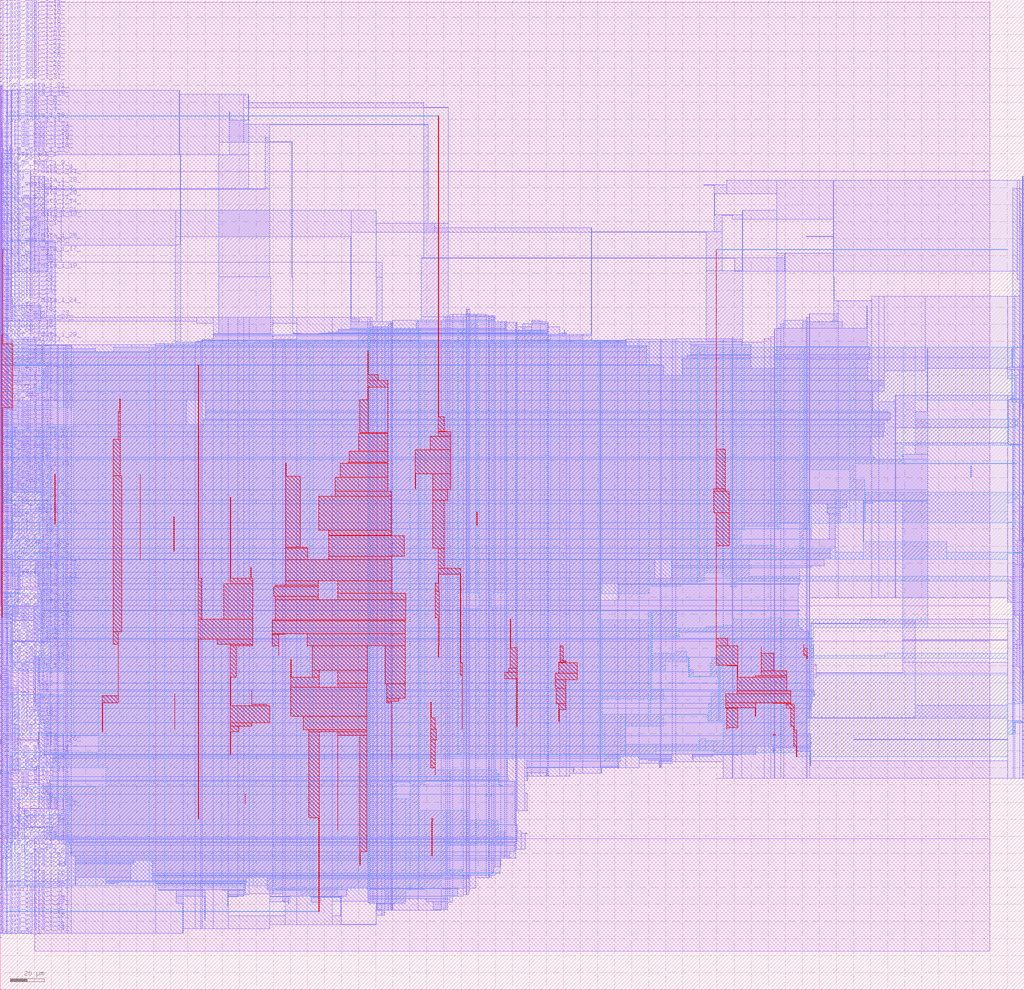
<source format=lef>
VERSION 5.8 ;
BUSBITCHARS "[]" ;
DIVIDERCHAR "/" ;
UNITS
    DATABASE MICRONS 1000 ;
END UNITS

MACRO dm_top
  FOREIGN dm_top 0 0 ;
  CLASS BLOCK ;
  SIZE 600 BY 580.12 ;
  PIN VDD
    USE POWER ;
    DIRECTION INOUT ;
  END VDD
  PIN VDDIO
    USE POWER ;
    DIRECTION INOUT ;
  END VDDIO
  PIN VSS
    USE GROUND ;
    DIRECTION INOUT ;
  END VSS
  PIN VSSIO
    USE GROUND ;
    DIRECTION INOUT ;
  END VSSIO
  PIN clk_i
    DIRECTION INPUT ;
    USE SIGNAL ;
    PORT
      LAYER Metal2 ;
        RECT  0 529.52 0.72 529.72 ;
    END
  END clk_i
  PIN debug_req_o
    DIRECTION OUTPUT ;
    USE SIGNAL ;
    PORT
      LAYER Metal2 ;
        RECT  599.28 476.6 600 476.8 ;
    END
  END debug_req_o
  PIN dmactive_o
    DIRECTION OUTPUT ;
    USE SIGNAL ;
    PORT
      LAYER Metal2 ;
        RECT  599.28 388.4 600 388.6 ;
    END
  END dmactive_o
  PIN dmi_req_i_0_
    DIRECTION INPUT ;
    USE SIGNAL ;
    PORT
      LAYER Metal2 ;
        RECT  0 300.2 0.72 300.4 ;
    END
  END dmi_req_i_0_
  PIN dmi_req_i_10_
    DIRECTION INPUT ;
    USE SIGNAL ;
    PORT
      LAYER Metal2 ;
        RECT  0 123.8 0.72 124 ;
    END
  END dmi_req_i_10_
  PIN dmi_req_i_11_
    DIRECTION INPUT ;
    USE SIGNAL ;
    PORT
      LAYER Metal2 ;
        RECT  0 297.68 0.72 297.88 ;
    END
  END dmi_req_i_11_
  PIN dmi_req_i_12_
    DIRECTION INPUT ;
    USE SIGNAL ;
    PORT
      LAYER Metal2 ;
        RECT  0 184.28 0.72 184.48 ;
    END
  END dmi_req_i_12_
  PIN dmi_req_i_13_
    DIRECTION INPUT ;
    USE SIGNAL ;
    PORT
      LAYER Metal2 ;
        RECT  0 307.76 0.72 307.96 ;
    END
  END dmi_req_i_13_
  PIN dmi_req_i_14_
    DIRECTION INPUT ;
    USE SIGNAL ;
    PORT
      LAYER Metal2 ;
        RECT  0 310.28 0.72 310.48 ;
    END
  END dmi_req_i_14_
  PIN dmi_req_i_15_
    DIRECTION INPUT ;
    USE SIGNAL ;
    PORT
      LAYER Metal2 ;
        RECT  0 262.4 0.72 262.6 ;
    END
  END dmi_req_i_15_
  PIN dmi_req_i_16_
    DIRECTION INPUT ;
    USE SIGNAL ;
    PORT
      LAYER Metal2 ;
        RECT  0 312.8 0.72 313 ;
    END
  END dmi_req_i_16_
  PIN dmi_req_i_17_
    DIRECTION INPUT ;
    USE SIGNAL ;
    PORT
      LAYER Metal2 ;
        RECT  0 181.76 0.72 181.96 ;
    END
  END dmi_req_i_17_
  PIN dmi_req_i_18_
    DIRECTION INPUT ;
    USE SIGNAL ;
    PORT
      LAYER Metal2 ;
        RECT  0 317.84 0.72 318.04 ;
    END
  END dmi_req_i_18_
  PIN dmi_req_i_19_
    DIRECTION INPUT ;
    USE SIGNAL ;
    PORT
      LAYER Metal2 ;
        RECT  0 292.64 0.72 292.84 ;
    END
  END dmi_req_i_19_
  PIN dmi_req_i_1_
    DIRECTION INPUT ;
    USE SIGNAL ;
    PORT
      LAYER Metal2 ;
        RECT  0 242.24 0.72 242.44 ;
    END
  END dmi_req_i_1_
  PIN dmi_req_i_20_
    DIRECTION INPUT ;
    USE SIGNAL ;
    PORT
      LAYER Metal2 ;
        RECT  0 121.28 0.72 121.48 ;
    END
  END dmi_req_i_20_
  PIN dmi_req_i_21_
    DIRECTION INPUT ;
    USE SIGNAL ;
    PORT
      LAYER Metal2 ;
        RECT  0 179.24 0.72 179.44 ;
    END
  END dmi_req_i_21_
  PIN dmi_req_i_22_
    DIRECTION INPUT ;
    USE SIGNAL ;
    PORT
      LAYER Metal2 ;
        RECT  0 290.12 0.72 290.32 ;
    END
  END dmi_req_i_22_
  PIN dmi_req_i_23_
    DIRECTION INPUT ;
    USE SIGNAL ;
    PORT
      LAYER Metal2 ;
        RECT  0 327.92 0.72 328.12 ;
    END
  END dmi_req_i_23_
  PIN dmi_req_i_24_
    DIRECTION INPUT ;
    USE SIGNAL ;
    PORT
      LAYER Metal2 ;
        RECT  0 330.44 0.72 330.64 ;
    END
  END dmi_req_i_24_
  PIN dmi_req_i_25_
    DIRECTION INPUT ;
    USE SIGNAL ;
    PORT
      LAYER Metal2 ;
        RECT  0 332.96 0.72 333.16 ;
    END
  END dmi_req_i_25_
  PIN dmi_req_i_26_
    DIRECTION INPUT ;
    USE SIGNAL ;
    PORT
      LAYER Metal2 ;
        RECT  0 176.72 0.72 176.92 ;
    END
  END dmi_req_i_26_
  PIN dmi_req_i_27_
    DIRECTION INPUT ;
    USE SIGNAL ;
    PORT
      LAYER Metal2 ;
        RECT  0 335.48 0.72 335.68 ;
    END
  END dmi_req_i_27_
  PIN dmi_req_i_28_
    DIRECTION INPUT ;
    USE SIGNAL ;
    PORT
      LAYER Metal2 ;
        RECT  0 338 0.72 338.2 ;
    END
  END dmi_req_i_28_
  PIN dmi_req_i_29_
    DIRECTION INPUT ;
    USE SIGNAL ;
    PORT
      LAYER Metal2 ;
        RECT  0 340.52 0.72 340.72 ;
    END
  END dmi_req_i_29_
  PIN dmi_req_i_2_
    DIRECTION INPUT ;
    USE SIGNAL ;
    PORT
      LAYER Metal2 ;
        RECT  0 285.08 0.72 285.28 ;
    END
  END dmi_req_i_2_
  PIN dmi_req_i_30_
    DIRECTION INPUT ;
    USE SIGNAL ;
    PORT
      LAYER Metal2 ;
        RECT  0 174.2 0.72 174.4 ;
    END
  END dmi_req_i_30_
  PIN dmi_req_i_31_
    DIRECTION INPUT ;
    USE SIGNAL ;
    PORT
      LAYER Metal2 ;
        RECT  0 118.76 0.72 118.96 ;
    END
  END dmi_req_i_31_
  PIN dmi_req_i_32_
    DIRECTION INPUT ;
    USE SIGNAL ;
    PORT
      LAYER Metal2 ;
        RECT  0 348.08 0.72 348.28 ;
    END
  END dmi_req_i_32_
  PIN dmi_req_i_33_
    DIRECTION INPUT ;
    USE SIGNAL ;
    PORT
      LAYER Metal2 ;
        RECT  0 282.56 0.72 282.76 ;
    END
  END dmi_req_i_33_
  PIN dmi_req_i_34_
    DIRECTION INPUT ;
    USE SIGNAL ;
    PORT
      LAYER Metal2 ;
        RECT  0 350.6 0.72 350.8 ;
    END
  END dmi_req_i_34_
  PIN dmi_req_i_35_
    DIRECTION INPUT ;
    USE SIGNAL ;
    PORT
      LAYER Metal2 ;
        RECT  0 171.68 0.72 171.88 ;
    END
  END dmi_req_i_35_
  PIN dmi_req_i_36_
    DIRECTION INPUT ;
    USE SIGNAL ;
    PORT
      LAYER Metal2 ;
        RECT  0 355.64 0.72 355.84 ;
    END
  END dmi_req_i_36_
  PIN dmi_req_i_37_
    DIRECTION INPUT ;
    USE SIGNAL ;
    PORT
      LAYER Metal2 ;
        RECT  0 93.56 0.72 93.76 ;
    END
  END dmi_req_i_37_
  PIN dmi_req_i_38_
    DIRECTION INPUT ;
    USE SIGNAL ;
    PORT
      LAYER Metal2 ;
        RECT  0 358.16 0.72 358.36 ;
    END
  END dmi_req_i_38_
  PIN dmi_req_i_39_
    DIRECTION INPUT ;
    USE SIGNAL ;
    PORT
      LAYER Metal2 ;
        RECT  0 154.04 0.72 154.24 ;
    END
  END dmi_req_i_39_
  PIN dmi_req_i_3_
    DIRECTION INPUT ;
    USE SIGNAL ;
    PORT
      LAYER Metal2 ;
        RECT  0 169.16 0.72 169.36 ;
    END
  END dmi_req_i_3_
  PIN dmi_req_i_40_
    DIRECTION INPUT ;
    USE SIGNAL ;
    PORT
      LAYER Metal2 ;
        RECT  0 116.24 0.72 116.44 ;
    END
  END dmi_req_i_40_
  PIN dmi_req_i_4_
    DIRECTION INPUT ;
    USE SIGNAL ;
    PORT
      LAYER Metal2 ;
        RECT  0 365.72 0.72 365.92 ;
    END
  END dmi_req_i_4_
  PIN dmi_req_i_5_
    DIRECTION INPUT ;
    USE SIGNAL ;
    PORT
      LAYER Metal2 ;
        RECT  0 368.24 0.72 368.44 ;
    END
  END dmi_req_i_5_
  PIN dmi_req_i_6_
    DIRECTION INPUT ;
    USE SIGNAL ;
    PORT
      LAYER Metal2 ;
        RECT  0 370.76 0.72 370.96 ;
    END
  END dmi_req_i_6_
  PIN dmi_req_i_7_
    DIRECTION INPUT ;
    USE SIGNAL ;
    PORT
      LAYER Metal2 ;
        RECT  0 166.64 0.72 166.84 ;
    END
  END dmi_req_i_7_
  PIN dmi_req_i_8_
    DIRECTION INPUT ;
    USE SIGNAL ;
    PORT
      LAYER Metal2 ;
        RECT  0 373.28 0.72 373.48 ;
    END
  END dmi_req_i_8_
  PIN dmi_req_i_9_
    DIRECTION INPUT ;
    USE SIGNAL ;
    PORT
      LAYER Metal2 ;
        RECT  0 375.8 0.72 376 ;
    END
  END dmi_req_i_9_
  PIN dmi_req_ready_o
    DIRECTION OUTPUT ;
    USE SIGNAL ;
    PORT
      LAYER Metal2 ;
        RECT  599.28 436.28 600 436.48 ;
    END
  END dmi_req_ready_o
  PIN dmi_req_valid_i
    DIRECTION INPUT ;
    USE SIGNAL ;
    PORT
      LAYER Metal2 ;
        RECT  0 378.32 0.72 378.52 ;
    END
  END dmi_req_valid_i
  PIN dmi_resp_o_0_
    DIRECTION OUTPUT ;
    USE SIGNAL ;
    PORT
      LAYER Metal2 ;
        RECT  599.28 295.16 600 295.36 ;
    END
  END dmi_resp_o_0_
  PIN dmi_resp_o_10_
    DIRECTION OUTPUT ;
    USE SIGNAL ;
    PORT
      LAYER Metal2 ;
        RECT  599.28 292.64 600 292.84 ;
    END
  END dmi_resp_o_10_
  PIN dmi_resp_o_11_
    DIRECTION OUTPUT ;
    USE SIGNAL ;
    PORT
      LAYER Metal2 ;
        RECT  599.28 315.32 600 315.52 ;
    END
  END dmi_resp_o_11_
  PIN dmi_resp_o_12_
    DIRECTION OUTPUT ;
    USE SIGNAL ;
    PORT
      LAYER Metal2 ;
        RECT  599.28 390.92 600 391.12 ;
    END
  END dmi_resp_o_12_
  PIN dmi_resp_o_13_
    DIRECTION OUTPUT ;
    USE SIGNAL ;
    PORT
      LAYER Metal2 ;
        RECT  599.28 287.6 600 287.8 ;
    END
  END dmi_resp_o_13_
  PIN dmi_resp_o_14_
    DIRECTION OUTPUT ;
    USE SIGNAL ;
    PORT
      LAYER Metal2 ;
        RECT  599.28 343.04 600 343.24 ;
    END
  END dmi_resp_o_14_
  PIN dmi_resp_o_15_
    DIRECTION OUTPUT ;
    USE SIGNAL ;
    PORT
      LAYER Metal2 ;
        RECT  599.28 305.24 600 305.44 ;
    END
  END dmi_resp_o_15_
  PIN dmi_resp_o_16_
    DIRECTION OUTPUT ;
    USE SIGNAL ;
    PORT
      LAYER Metal2 ;
        RECT  599.28 282.56 600 282.76 ;
    END
  END dmi_resp_o_16_
  PIN dmi_resp_o_17_
    DIRECTION OUTPUT ;
    USE SIGNAL ;
    PORT
      LAYER Metal2 ;
        RECT  599.28 393.44 600 393.64 ;
    END
  END dmi_resp_o_17_
  PIN dmi_resp_o_18_
    DIRECTION OUTPUT ;
    USE SIGNAL ;
    PORT
      LAYER Metal2 ;
        RECT  599.28 277.52 600 277.72 ;
    END
  END dmi_resp_o_18_
  PIN dmi_resp_o_19_
    DIRECTION OUTPUT ;
    USE SIGNAL ;
    PORT
      LAYER Metal2 ;
        RECT  599.28 438.8 600 439 ;
    END
  END dmi_resp_o_19_
  PIN dmi_resp_o_1_
    DIRECTION OUTPUT ;
    USE SIGNAL ;
    PORT
      LAYER Metal2 ;
        RECT  599.28 275 600 275.2 ;
    END
  END dmi_resp_o_1_
  PIN dmi_resp_o_20_
    DIRECTION OUTPUT ;
    USE SIGNAL ;
    PORT
      LAYER Metal2 ;
        RECT  599.28 300.2 600 300.4 ;
    END
  END dmi_resp_o_20_
  PIN dmi_resp_o_21_
    DIRECTION OUTPUT ;
    USE SIGNAL ;
    PORT
      LAYER Metal2 ;
        RECT  599.28 395.96 600 396.16 ;
    END
  END dmi_resp_o_21_
  PIN dmi_resp_o_22_
    DIRECTION OUTPUT ;
    USE SIGNAL ;
    PORT
      LAYER Metal2 ;
        RECT  599.28 310.28 600 310.48 ;
    END
  END dmi_resp_o_22_
  PIN dmi_resp_o_23_
    DIRECTION OUTPUT ;
    USE SIGNAL ;
    PORT
      LAYER Metal2 ;
        RECT  599.28 267.44 600 267.64 ;
    END
  END dmi_resp_o_23_
  PIN dmi_resp_o_24_
    DIRECTION OUTPUT ;
    USE SIGNAL ;
    PORT
      LAYER Metal2 ;
        RECT  599.28 264.92 600 265.12 ;
    END
  END dmi_resp_o_24_
  PIN dmi_resp_o_25_
    DIRECTION OUTPUT ;
    USE SIGNAL ;
    PORT
      LAYER Metal2 ;
        RECT  599.28 262.4 600 262.6 ;
    END
  END dmi_resp_o_25_
  PIN dmi_resp_o_26_
    DIRECTION OUTPUT ;
    USE SIGNAL ;
    PORT
      LAYER Metal2 ;
        RECT  599.28 398.48 600 398.68 ;
    END
  END dmi_resp_o_26_
  PIN dmi_resp_o_27_
    DIRECTION OUTPUT ;
    USE SIGNAL ;
    PORT
      LAYER Metal2 ;
        RECT  599.28 441.32 600 441.52 ;
    END
  END dmi_resp_o_27_
  PIN dmi_resp_o_28_
    DIRECTION OUTPUT ;
    USE SIGNAL ;
    PORT
      LAYER Metal2 ;
        RECT  599.28 257.36 600 257.56 ;
    END
  END dmi_resp_o_28_
  PIN dmi_resp_o_29_
    DIRECTION OUTPUT ;
    USE SIGNAL ;
    PORT
      LAYER Metal2 ;
        RECT  599.28 254.84 600 255.04 ;
    END
  END dmi_resp_o_29_
  PIN dmi_resp_o_2_
    DIRECTION OUTPUT ;
    USE SIGNAL ;
    PORT
      LAYER Metal2 ;
        RECT  599.28 348.08 600 348.28 ;
    END
  END dmi_resp_o_2_
  PIN dmi_resp_o_30_
    DIRECTION OUTPUT ;
    USE SIGNAL ;
    PORT
      LAYER Metal2 ;
        RECT  599.28 401 600 401.2 ;
    END
  END dmi_resp_o_30_
  PIN dmi_resp_o_31_
    DIRECTION OUTPUT ;
    USE SIGNAL ;
    PORT
      LAYER Metal2 ;
        RECT  599.28 249.8 600 250 ;
    END
  END dmi_resp_o_31_
  PIN dmi_resp_o_32_
    DIRECTION OUTPUT ;
    USE SIGNAL ;
    PORT
      LAYER Metal2 ;
        RECT  599.28 247.28 600 247.48 ;
    END
  END dmi_resp_o_32_
  PIN dmi_resp_o_33_
    DIRECTION OUTPUT ;
    USE SIGNAL ;
    PORT
      LAYER Metal2 ;
        RECT  599.28 317.84 600 318.04 ;
    END
  END dmi_resp_o_33_
  PIN dmi_resp_o_3_
    DIRECTION OUTPUT ;
    USE SIGNAL ;
    PORT
      LAYER Metal2 ;
        RECT  599.28 443.84 600 444.04 ;
    END
  END dmi_resp_o_3_
  PIN dmi_resp_o_4_
    DIRECTION OUTPUT ;
    USE SIGNAL ;
    PORT
      LAYER Metal2 ;
        RECT  599.28 403.52 600 403.72 ;
    END
  END dmi_resp_o_4_
  PIN dmi_resp_o_5_
    DIRECTION OUTPUT ;
    USE SIGNAL ;
    PORT
      LAYER Metal2 ;
        RECT  599.28 239.72 600 239.92 ;
    END
  END dmi_resp_o_5_
  PIN dmi_resp_o_6_
    DIRECTION OUTPUT ;
    USE SIGNAL ;
    PORT
      LAYER Metal2 ;
        RECT  599.28 320.36 600 320.56 ;
    END
  END dmi_resp_o_6_
  PIN dmi_resp_o_7_
    DIRECTION OUTPUT ;
    USE SIGNAL ;
    PORT
      LAYER Metal2 ;
        RECT  599.28 237.2 600 237.4 ;
    END
  END dmi_resp_o_7_
  PIN dmi_resp_o_8_
    DIRECTION OUTPUT ;
    USE SIGNAL ;
    PORT
      LAYER Metal2 ;
        RECT  599.28 234.68 600 234.88 ;
    END
  END dmi_resp_o_8_
  PIN dmi_resp_o_9_
    DIRECTION OUTPUT ;
    USE SIGNAL ;
    PORT
      LAYER Metal2 ;
        RECT  599.28 406.04 600 406.24 ;
    END
  END dmi_resp_o_9_
  PIN dmi_resp_ready_i
    DIRECTION INPUT ;
    USE SIGNAL ;
    PORT
      LAYER Metal2 ;
        RECT  0 272.48 0.72 272.68 ;
    END
  END dmi_resp_ready_i
  PIN dmi_resp_valid_o
    DIRECTION OUTPUT ;
    USE SIGNAL ;
    PORT
      LAYER Metal2 ;
        RECT  599.28 461.48 600 461.68 ;
    END
  END dmi_resp_valid_o
  PIN dmi_rst_ni
    DIRECTION INPUT ;
    USE SIGNAL ;
    PORT
      LAYER Metal2 ;
        RECT  0 164.12 0.72 164.32 ;
    END
  END dmi_rst_ni
  PIN hartinfo_i_0_
    DIRECTION INPUT ;
    USE SIGNAL ;
    PORT
      LAYER Metal2 ;
        RECT  0 113.72 0.72 113.92 ;
    END
  END hartinfo_i_0_
  PIN hartinfo_i_10_
    DIRECTION INPUT ;
    USE SIGNAL ;
    PORT
      LAYER Metal2 ;
        RECT  0 385.88 0.72 386.08 ;
    END
  END hartinfo_i_10_
  PIN hartinfo_i_11_
    DIRECTION INPUT ;
    USE SIGNAL ;
    PORT
      LAYER Metal2 ;
        RECT  0 269.96 0.72 270.16 ;
    END
  END hartinfo_i_11_
  PIN hartinfo_i_12_
    DIRECTION INPUT ;
    USE SIGNAL ;
    PORT
      LAYER Metal2 ;
        RECT  0 388.4 0.72 388.6 ;
    END
  END hartinfo_i_12_
  PIN hartinfo_i_13_
    DIRECTION INPUT ;
    USE SIGNAL ;
    PORT
      LAYER Metal2 ;
        RECT  0 161.6 0.72 161.8 ;
    END
  END hartinfo_i_13_
  PIN hartinfo_i_14_
    DIRECTION INPUT ;
    USE SIGNAL ;
    PORT
      LAYER Metal2 ;
        RECT  0 267.44 0.72 267.64 ;
    END
  END hartinfo_i_14_
  PIN hartinfo_i_15_
    DIRECTION INPUT ;
    USE SIGNAL ;
    PORT
      LAYER Metal2 ;
        RECT  0 264.92 0.72 265.12 ;
    END
  END hartinfo_i_15_
  PIN hartinfo_i_16_
    DIRECTION INPUT ;
    USE SIGNAL ;
    PORT
      LAYER Metal2 ;
        RECT  0 395.96 0.72 396.16 ;
    END
  END hartinfo_i_16_
  PIN hartinfo_i_17_
    DIRECTION INPUT ;
    USE SIGNAL ;
    PORT
      LAYER Metal2 ;
        RECT  0 398.48 0.72 398.68 ;
    END
  END hartinfo_i_17_
  PIN hartinfo_i_18_
    DIRECTION INPUT ;
    USE SIGNAL ;
    PORT
      LAYER Metal2 ;
        RECT  0 159.08 0.72 159.28 ;
    END
  END hartinfo_i_18_
  PIN hartinfo_i_19_
    DIRECTION INPUT ;
    USE SIGNAL ;
    PORT
      LAYER Metal2 ;
        RECT  0 91.04 0.72 91.24 ;
    END
  END hartinfo_i_19_
  PIN hartinfo_i_1_
    DIRECTION INPUT ;
    USE SIGNAL ;
    PORT
      LAYER Metal2 ;
        RECT  0 403.52 0.72 403.72 ;
    END
  END hartinfo_i_1_
  PIN hartinfo_i_20_
    DIRECTION INPUT ;
    USE SIGNAL ;
    PORT
      LAYER Metal2 ;
        RECT  0 406.04 0.72 406.24 ;
    END
  END hartinfo_i_20_
  PIN hartinfo_i_21_
    DIRECTION INPUT ;
    USE SIGNAL ;
    PORT
      LAYER Metal2 ;
        RECT  0 408.56 0.72 408.76 ;
    END
  END hartinfo_i_21_
  PIN hartinfo_i_22_
    DIRECTION INPUT ;
    USE SIGNAL ;
    PORT
      LAYER Metal2 ;
        RECT  0 156.56 0.72 156.76 ;
    END
  END hartinfo_i_22_
  PIN hartinfo_i_23_
    DIRECTION INPUT ;
    USE SIGNAL ;
    PORT
      LAYER Metal2 ;
        RECT  0 411.08 0.72 411.28 ;
    END
  END hartinfo_i_23_
  PIN hartinfo_i_24_
    DIRECTION INPUT ;
    USE SIGNAL ;
    PORT
      LAYER Metal2 ;
        RECT  0 413.6 0.72 413.8 ;
    END
  END hartinfo_i_24_
  PIN hartinfo_i_25_
    DIRECTION INPUT ;
    USE SIGNAL ;
    PORT
      LAYER Metal2 ;
        RECT  0 416.12 0.72 416.32 ;
    END
  END hartinfo_i_25_
  PIN hartinfo_i_26_
    DIRECTION INPUT ;
    USE SIGNAL ;
    PORT
      LAYER Metal2 ;
        RECT  0 111.2 0.72 111.4 ;
    END
  END hartinfo_i_26_
  PIN hartinfo_i_27_
    DIRECTION INPUT ;
    USE SIGNAL ;
    PORT
      LAYER Metal2 ;
        RECT  0 418.64 0.72 418.84 ;
    END
  END hartinfo_i_27_
  PIN hartinfo_i_28_
    DIRECTION INPUT ;
    USE SIGNAL ;
    PORT
      LAYER Metal2 ;
        RECT  0 80.96 0.72 81.16 ;
    END
  END hartinfo_i_28_
  PIN hartinfo_i_29_
    DIRECTION INPUT ;
    USE SIGNAL ;
    PORT
      LAYER Metal2 ;
        RECT  0 423.68 0.72 423.88 ;
    END
  END hartinfo_i_29_
  PIN hartinfo_i_2_
    DIRECTION INPUT ;
    USE SIGNAL ;
    PORT
      LAYER Metal2 ;
        RECT  0 232.16 0.72 232.36 ;
    END
  END hartinfo_i_2_
  PIN hartinfo_i_30_
    DIRECTION INPUT ;
    USE SIGNAL ;
    PORT
      LAYER Metal2 ;
        RECT  0 426.2 0.72 426.4 ;
    END
  END hartinfo_i_30_
  PIN hartinfo_i_31_
    DIRECTION INPUT ;
    USE SIGNAL ;
    PORT
      LAYER Metal2 ;
        RECT  0 302.72 0.72 302.92 ;
    END
  END hartinfo_i_31_
  PIN hartinfo_i_3_
    DIRECTION INPUT ;
    USE SIGNAL ;
    PORT
      LAYER Metal2 ;
        RECT  0 151.52 0.72 151.72 ;
    END
  END hartinfo_i_3_
  PIN hartinfo_i_4_
    DIRECTION INPUT ;
    USE SIGNAL ;
    PORT
      LAYER Metal2 ;
        RECT  0 254.84 0.72 255.04 ;
    END
  END hartinfo_i_4_
  PIN hartinfo_i_5_
    DIRECTION INPUT ;
    USE SIGNAL ;
    PORT
      LAYER Metal2 ;
        RECT  0 433.76 0.72 433.96 ;
    END
  END hartinfo_i_5_
  PIN hartinfo_i_6_
    DIRECTION INPUT ;
    USE SIGNAL ;
    PORT
      LAYER Metal2 ;
        RECT  0 360.68 0.72 360.88 ;
    END
  END hartinfo_i_6_
  PIN hartinfo_i_7_
    DIRECTION INPUT ;
    USE SIGNAL ;
    PORT
      LAYER Metal2 ;
        RECT  0 275 0.72 275.2 ;
    END
  END hartinfo_i_7_
  PIN hartinfo_i_8_
    DIRECTION INPUT ;
    USE SIGNAL ;
    PORT
      LAYER Metal2 ;
        RECT  0 149 0.72 149.2 ;
    END
  END hartinfo_i_8_
  PIN hartinfo_i_9_
    DIRECTION INPUT ;
    USE SIGNAL ;
    PORT
      LAYER Metal2 ;
        RECT  0 441.32 0.72 441.52 ;
    END
  END hartinfo_i_9_
  PIN master_add_o_0_
    DIRECTION OUTPUT ;
    USE SIGNAL ;
    PORT
      LAYER Metal2 ;
        RECT  599.28 345.56 600 345.76 ;
    END
  END master_add_o_0_
  PIN master_add_o_10_
    DIRECTION OUTPUT ;
    USE SIGNAL ;
    PORT
      LAYER Metal2 ;
        RECT  599.28 227.12 600 227.32 ;
    END
  END master_add_o_10_
  PIN master_add_o_11_
    DIRECTION OUTPUT ;
    USE SIGNAL ;
    PORT
      LAYER Metal2 ;
        RECT  599.28 224.6 600 224.8 ;
    END
  END master_add_o_11_
  PIN master_add_o_12_
    DIRECTION OUTPUT ;
    USE SIGNAL ;
    PORT
      LAYER Metal2 ;
        RECT  599.28 408.56 600 408.76 ;
    END
  END master_add_o_12_
  PIN master_add_o_13_
    DIRECTION OUTPUT ;
    USE SIGNAL ;
    PORT
      LAYER Metal2 ;
        RECT  599.28 222.08 600 222.28 ;
    END
  END master_add_o_13_
  PIN master_add_o_14_
    DIRECTION OUTPUT ;
    USE SIGNAL ;
    PORT
      LAYER Metal2 ;
        RECT  599.28 219.56 600 219.76 ;
    END
  END master_add_o_14_
  PIN master_add_o_15_
    DIRECTION OUTPUT ;
    USE SIGNAL ;
    PORT
      LAYER Metal2 ;
        RECT  599.28 244.76 600 244.96 ;
    END
  END master_add_o_15_
  PIN master_add_o_16_
    DIRECTION OUTPUT ;
    USE SIGNAL ;
    PORT
      LAYER Metal2 ;
        RECT  599.28 327.92 600 328.12 ;
    END
  END master_add_o_16_
  PIN master_add_o_17_
    DIRECTION OUTPUT ;
    USE SIGNAL ;
    PORT
      LAYER Metal2 ;
        RECT  599.28 411.08 600 411.28 ;
    END
  END master_add_o_17_
  PIN master_add_o_18_
    DIRECTION OUTPUT ;
    USE SIGNAL ;
    PORT
      LAYER Metal2 ;
        RECT  599.28 212 600 212.2 ;
    END
  END master_add_o_18_
  PIN master_add_o_19_
    DIRECTION OUTPUT ;
    USE SIGNAL ;
    PORT
      LAYER Metal2 ;
        RECT  599.28 209.48 600 209.68 ;
    END
  END master_add_o_19_
  PIN master_add_o_1_
    DIRECTION OUTPUT ;
    USE SIGNAL ;
    PORT
      LAYER Metal2 ;
        RECT  599.28 330.44 600 330.64 ;
    END
  END master_add_o_1_
  PIN master_add_o_20_
    DIRECTION OUTPUT ;
    USE SIGNAL ;
    PORT
      LAYER Metal2 ;
        RECT  599.28 446.36 600 446.56 ;
    END
  END master_add_o_20_
  PIN master_add_o_21_
    DIRECTION OUTPUT ;
    USE SIGNAL ;
    PORT
      LAYER Metal2 ;
        RECT  599.28 413.6 600 413.8 ;
    END
  END master_add_o_21_
  PIN master_add_o_22_
    DIRECTION OUTPUT ;
    USE SIGNAL ;
    PORT
      LAYER Metal2 ;
        RECT  599.28 204.44 600 204.64 ;
    END
  END master_add_o_22_
  PIN master_add_o_23_
    DIRECTION OUTPUT ;
    USE SIGNAL ;
    PORT
      LAYER Metal2 ;
        RECT  599.28 332.96 600 333.16 ;
    END
  END master_add_o_23_
  PIN master_add_o_24_
    DIRECTION OUTPUT ;
    USE SIGNAL ;
    PORT
      LAYER Metal2 ;
        RECT  599.28 199.4 600 199.6 ;
    END
  END master_add_o_24_
  PIN master_add_o_25_
    DIRECTION OUTPUT ;
    USE SIGNAL ;
    PORT
      LAYER Metal2 ;
        RECT  599.28 302.72 600 302.92 ;
    END
  END master_add_o_25_
  PIN master_add_o_26_
    DIRECTION OUTPUT ;
    USE SIGNAL ;
    PORT
      LAYER Metal2 ;
        RECT  599.28 416.12 600 416.32 ;
    END
  END master_add_o_26_
  PIN master_add_o_27_
    DIRECTION OUTPUT ;
    USE SIGNAL ;
    PORT
      LAYER Metal2 ;
        RECT  599.28 335.48 600 335.68 ;
    END
  END master_add_o_27_
  PIN master_add_o_28_
    DIRECTION OUTPUT ;
    USE SIGNAL ;
    PORT
      LAYER Metal2 ;
        RECT  599.28 191.84 600 192.04 ;
    END
  END master_add_o_28_
  PIN master_add_o_29_
    DIRECTION OUTPUT ;
    USE SIGNAL ;
    PORT
      LAYER Metal2 ;
        RECT  599.28 338 600 338.2 ;
    END
  END master_add_o_29_
  PIN master_add_o_2_
    DIRECTION OUTPUT ;
    USE SIGNAL ;
    PORT
      LAYER Metal2 ;
        RECT  599.28 259.88 600 260.08 ;
    END
  END master_add_o_2_
  PIN master_add_o_30_
    DIRECTION OUTPUT ;
    USE SIGNAL ;
    PORT
      LAYER Metal2 ;
        RECT  599.28 448.88 600 449.08 ;
    END
  END master_add_o_30_
  PIN master_add_o_31_
    DIRECTION OUTPUT ;
    USE SIGNAL ;
    PORT
      LAYER Metal2 ;
        RECT  599.28 312.8 600 313 ;
    END
  END master_add_o_31_
  PIN master_add_o_3_
    DIRECTION OUTPUT ;
    USE SIGNAL ;
    PORT
      LAYER Metal2 ;
        RECT  599.28 418.64 600 418.84 ;
    END
  END master_add_o_3_
  PIN master_add_o_4_
    DIRECTION OUTPUT ;
    USE SIGNAL ;
    PORT
      LAYER Metal2 ;
        RECT  599.28 181.76 600 181.96 ;
    END
  END master_add_o_4_
  PIN master_add_o_5_
    DIRECTION OUTPUT ;
    USE SIGNAL ;
    PORT
      LAYER Metal2 ;
        RECT  599.28 340.52 600 340.72 ;
    END
  END master_add_o_5_
  PIN master_add_o_6_
    DIRECTION OUTPUT ;
    USE SIGNAL ;
    PORT
      LAYER Metal2 ;
        RECT  599.28 206.96 600 207.16 ;
    END
  END master_add_o_6_
  PIN master_add_o_7_
    DIRECTION OUTPUT ;
    USE SIGNAL ;
    PORT
      LAYER Metal2 ;
        RECT  599.28 176.72 600 176.92 ;
    END
  END master_add_o_7_
  PIN master_add_o_8_
    DIRECTION OUTPUT ;
    USE SIGNAL ;
    PORT
      LAYER Metal2 ;
        RECT  599.28 464 600 464.2 ;
    END
  END master_add_o_8_
  PIN master_add_o_9_
    DIRECTION OUTPUT ;
    USE SIGNAL ;
    PORT
      LAYER Metal2 ;
        RECT  599.28 360.68 600 360.88 ;
    END
  END master_add_o_9_
  PIN master_be_o_0_
    DIRECTION OUTPUT ;
    USE SIGNAL ;
    PORT
      LAYER Metal2 ;
        RECT  599.28 174.2 600 174.4 ;
    END
  END master_be_o_0_
  PIN master_be_o_1_
    DIRECTION OUTPUT ;
    USE SIGNAL ;
    PORT
      LAYER Metal2 ;
        RECT  599.28 297.68 600 297.88 ;
    END
  END master_be_o_1_
  PIN master_be_o_2_
    DIRECTION OUTPUT ;
    USE SIGNAL ;
    PORT
      LAYER Metal2 ;
        RECT  599.28 171.68 600 171.88 ;
    END
  END master_be_o_2_
  PIN master_be_o_3_
    DIRECTION OUTPUT ;
    USE SIGNAL ;
    PORT
      LAYER Metal2 ;
        RECT  599.28 421.16 600 421.36 ;
    END
  END master_be_o_3_
  PIN master_gnt_i
    DIRECTION INPUT ;
    USE SIGNAL ;
    PORT
      LAYER Metal2 ;
        RECT  0 443.84 0.72 444.04 ;
    END
  END master_gnt_i
  PIN master_r_err_i
    DIRECTION INPUT ;
    USE SIGNAL ;
    PORT
      LAYER Metal2 ;
        RECT  0 446.36 0.72 446.56 ;
    END
  END master_r_err_i
  PIN master_r_other_err_i
    DIRECTION INPUT ;
    USE SIGNAL ;
    PORT
      LAYER Metal2 ;
        RECT  0 249.8 0.72 250 ;
    END
  END master_r_other_err_i
  PIN master_r_rdata_i_0_
    DIRECTION INPUT ;
    USE SIGNAL ;
    PORT
      LAYER Metal2 ;
        RECT  0 108.68 0.72 108.88 ;
    END
  END master_r_rdata_i_0_
  PIN master_r_rdata_i_10_
    DIRECTION INPUT ;
    USE SIGNAL ;
    PORT
      LAYER Metal2 ;
        RECT  0 451.4 0.72 451.6 ;
    END
  END master_r_rdata_i_10_
  PIN master_r_rdata_i_11_
    DIRECTION INPUT ;
    USE SIGNAL ;
    PORT
      LAYER Metal2 ;
        RECT  0 224.6 0.72 224.8 ;
    END
  END master_r_rdata_i_11_
  PIN master_r_rdata_i_12_
    DIRECTION INPUT ;
    USE SIGNAL ;
    PORT
      LAYER Metal2 ;
        RECT  0 247.28 0.72 247.48 ;
    END
  END master_r_rdata_i_12_
  PIN master_r_rdata_i_13_
    DIRECTION INPUT ;
    USE SIGNAL ;
    PORT
      LAYER Metal2 ;
        RECT  0 322.88 0.72 323.08 ;
    END
  END master_r_rdata_i_13_
  PIN master_r_rdata_i_14_
    DIRECTION INPUT ;
    USE SIGNAL ;
    PORT
      LAYER Metal2 ;
        RECT  0 458.96 0.72 459.16 ;
    END
  END master_r_rdata_i_14_
  PIN master_r_rdata_i_15_
    DIRECTION INPUT ;
    USE SIGNAL ;
    PORT
      LAYER Metal2 ;
        RECT  0 146.48 0.72 146.68 ;
    END
  END master_r_rdata_i_15_
  PIN master_r_rdata_i_16_
    DIRECTION INPUT ;
    USE SIGNAL ;
    PORT
      LAYER Metal2 ;
        RECT  0 244.76 0.72 244.96 ;
    END
  END master_r_rdata_i_16_
  PIN master_r_rdata_i_17_
    DIRECTION INPUT ;
    USE SIGNAL ;
    PORT
      LAYER Metal2 ;
        RECT  0 431.24 0.72 431.44 ;
    END
  END master_r_rdata_i_17_
  PIN master_r_rdata_i_18_
    DIRECTION INPUT ;
    USE SIGNAL ;
    PORT
      LAYER Metal2 ;
        RECT  0 277.52 0.72 277.72 ;
    END
  END master_r_rdata_i_18_
  PIN master_r_rdata_i_19_
    DIRECTION INPUT ;
    USE SIGNAL ;
    PORT
      LAYER Metal2 ;
        RECT  0 421.16 0.72 421.36 ;
    END
  END master_r_rdata_i_19_
  PIN master_r_rdata_i_1_
    DIRECTION INPUT ;
    USE SIGNAL ;
    PORT
      LAYER Metal2 ;
        RECT  0 88.52 0.72 88.72 ;
    END
  END master_r_rdata_i_1_
  PIN master_r_rdata_i_20_
    DIRECTION INPUT ;
    USE SIGNAL ;
    PORT
      LAYER Metal2 ;
        RECT  0 464 0.72 464.2 ;
    END
  END master_r_rdata_i_20_
  PIN master_r_rdata_i_21_
    DIRECTION INPUT ;
    USE SIGNAL ;
    PORT
      LAYER Metal2 ;
        RECT  0 453.92 0.72 454.12 ;
    END
  END master_r_rdata_i_21_
  PIN master_r_rdata_i_22_
    DIRECTION INPUT ;
    USE SIGNAL ;
    PORT
      LAYER Metal2 ;
        RECT  0 106.16 0.72 106.36 ;
    END
  END master_r_rdata_i_22_
  PIN master_r_rdata_i_23_
    DIRECTION INPUT ;
    USE SIGNAL ;
    PORT
      LAYER Metal2 ;
        RECT  0 239.72 0.72 239.92 ;
    END
  END master_r_rdata_i_23_
  PIN master_r_rdata_i_24_
    DIRECTION INPUT ;
    USE SIGNAL ;
    PORT
      LAYER Metal2 ;
        RECT  0 401 0.72 401.2 ;
    END
  END master_r_rdata_i_24_
  PIN master_r_rdata_i_25_
    DIRECTION INPUT ;
    USE SIGNAL ;
    PORT
      LAYER Metal2 ;
        RECT  0 438.8 0.72 439 ;
    END
  END master_r_rdata_i_25_
  PIN master_r_rdata_i_26_
    DIRECTION INPUT ;
    USE SIGNAL ;
    PORT
      LAYER Metal2 ;
        RECT  0 143.96 0.72 144.16 ;
    END
  END master_r_rdata_i_26_
  PIN master_r_rdata_i_27_
    DIRECTION INPUT ;
    USE SIGNAL ;
    PORT
      LAYER Metal2 ;
        RECT  0 237.2 0.72 237.4 ;
    END
  END master_r_rdata_i_27_
  PIN master_r_rdata_i_28_
    DIRECTION INPUT ;
    USE SIGNAL ;
    PORT
      LAYER Metal2 ;
        RECT  0 471.56 0.72 471.76 ;
    END
  END master_r_rdata_i_28_
  PIN master_r_rdata_i_29_
    DIRECTION INPUT ;
    USE SIGNAL ;
    PORT
      LAYER Metal2 ;
        RECT  0 380.84 0.72 381.04 ;
    END
  END master_r_rdata_i_29_
  PIN master_r_rdata_i_2_
    DIRECTION INPUT ;
    USE SIGNAL ;
    PORT
      LAYER Metal2 ;
        RECT  0 103.64 0.72 103.84 ;
    END
  END master_r_rdata_i_2_
  PIN master_r_rdata_i_30_
    DIRECTION INPUT ;
    USE SIGNAL ;
    PORT
      LAYER Metal2 ;
        RECT  0 234.68 0.72 234.88 ;
    END
  END master_r_rdata_i_30_
  PIN master_r_rdata_i_31_
    DIRECTION INPUT ;
    USE SIGNAL ;
    PORT
      LAYER Metal2 ;
        RECT  0 476.6 0.72 476.8 ;
    END
  END master_r_rdata_i_31_
  PIN master_r_rdata_i_3_
    DIRECTION INPUT ;
    USE SIGNAL ;
    PORT
      LAYER Metal2 ;
        RECT  0 363.2 0.72 363.4 ;
    END
  END master_r_rdata_i_3_
  PIN master_r_rdata_i_4_
    DIRECTION INPUT ;
    USE SIGNAL ;
    PORT
      LAYER Metal2 ;
        RECT  0 479.12 0.72 479.32 ;
    END
  END master_r_rdata_i_4_
  PIN master_r_rdata_i_5_
    DIRECTION INPUT ;
    USE SIGNAL ;
    PORT
      LAYER Metal2 ;
        RECT  0 141.44 0.72 141.64 ;
    END
  END master_r_rdata_i_5_
  PIN master_r_rdata_i_6_
    DIRECTION INPUT ;
    USE SIGNAL ;
    PORT
      LAYER Metal2 ;
        RECT  0 353.12 0.72 353.32 ;
    END
  END master_r_rdata_i_6_
  PIN master_r_rdata_i_7_
    DIRECTION INPUT ;
    USE SIGNAL ;
    PORT
      LAYER Metal2 ;
        RECT  0 466.52 0.72 466.72 ;
    END
  END master_r_rdata_i_7_
  PIN master_r_rdata_i_8_
    DIRECTION INPUT ;
    USE SIGNAL ;
    PORT
      LAYER Metal2 ;
        RECT  0 343.04 0.72 343.24 ;
    END
  END master_r_rdata_i_8_
  PIN master_r_rdata_i_9_
    DIRECTION INPUT ;
    USE SIGNAL ;
    PORT
      LAYER Metal2 ;
        RECT  0 229.64 0.72 229.84 ;
    END
  END master_r_rdata_i_9_
  PIN master_r_valid_i
    DIRECTION INPUT ;
    USE SIGNAL ;
    PORT
      LAYER Metal2 ;
        RECT  0 280.04 0.72 280.24 ;
    END
  END master_r_valid_i
  PIN master_req_o
    DIRECTION OUTPUT ;
    USE SIGNAL ;
    PORT
      LAYER Metal2 ;
        RECT  599.28 214.52 600 214.72 ;
    END
  END master_req_o
  PIN master_wdata_o_0_
    DIRECTION OUTPUT ;
    USE SIGNAL ;
    PORT
      LAYER Metal2 ;
        RECT  599.28 169.16 600 169.36 ;
    END
  END master_wdata_o_0_
  PIN master_wdata_o_10_
    DIRECTION OUTPUT ;
    USE SIGNAL ;
    PORT
      LAYER Metal2 ;
        RECT  599.28 474.08 600 474.28 ;
    END
  END master_wdata_o_10_
  PIN master_wdata_o_11_
    DIRECTION OUTPUT ;
    USE SIGNAL ;
    PORT
      LAYER Metal2 ;
        RECT  599.28 451.4 600 451.6 ;
    END
  END master_wdata_o_11_
  PIN master_wdata_o_12_
    DIRECTION OUTPUT ;
    USE SIGNAL ;
    PORT
      LAYER Metal2 ;
        RECT  599.28 232.16 600 232.36 ;
    END
  END master_wdata_o_12_
  PIN master_wdata_o_13_
    DIRECTION OUTPUT ;
    USE SIGNAL ;
    PORT
      LAYER Metal2 ;
        RECT  599.28 164.12 600 164.32 ;
    END
  END master_wdata_o_13_
  PIN master_wdata_o_14_
    DIRECTION OUTPUT ;
    USE SIGNAL ;
    PORT
      LAYER Metal2 ;
        RECT  599.28 242.24 600 242.44 ;
    END
  END master_wdata_o_14_
  PIN master_wdata_o_15_
    DIRECTION OUTPUT ;
    USE SIGNAL ;
    PORT
      LAYER Metal2 ;
        RECT  599.28 350.6 600 350.8 ;
    END
  END master_wdata_o_15_
  PIN master_wdata_o_16_
    DIRECTION OUTPUT ;
    USE SIGNAL ;
    PORT
      LAYER Metal2 ;
        RECT  599.28 161.6 600 161.8 ;
    END
  END master_wdata_o_16_
  PIN master_wdata_o_17_
    DIRECTION OUTPUT ;
    USE SIGNAL ;
    PORT
      LAYER Metal2 ;
        RECT  599.28 252.32 600 252.52 ;
    END
  END master_wdata_o_17_
  PIN master_wdata_o_18_
    DIRECTION OUTPUT ;
    USE SIGNAL ;
    PORT
      LAYER Metal2 ;
        RECT  599.28 307.76 600 307.96 ;
    END
  END master_wdata_o_18_
  PIN master_wdata_o_19_
    DIRECTION OUTPUT ;
    USE SIGNAL ;
    PORT
      LAYER Metal2 ;
        RECT  599.28 353.12 600 353.32 ;
    END
  END master_wdata_o_19_
  PIN master_wdata_o_1_
    DIRECTION OUTPUT ;
    USE SIGNAL ;
    PORT
      LAYER Metal2 ;
        RECT  599.28 423.68 600 423.88 ;
    END
  END master_wdata_o_1_
  PIN master_wdata_o_20_
    DIRECTION OUTPUT ;
    USE SIGNAL ;
    PORT
      LAYER Metal2 ;
        RECT  599.28 269.96 600 270.16 ;
    END
  END master_wdata_o_20_
  PIN master_wdata_o_21_
    DIRECTION OUTPUT ;
    USE SIGNAL ;
    PORT
      LAYER Metal2 ;
        RECT  599.28 189.32 600 189.52 ;
    END
  END master_wdata_o_21_
  PIN master_wdata_o_22_
    DIRECTION OUTPUT ;
    USE SIGNAL ;
    PORT
      LAYER Metal2 ;
        RECT  599.28 355.64 600 355.84 ;
    END
  END master_wdata_o_22_
  PIN master_wdata_o_23_
    DIRECTION OUTPUT ;
    USE SIGNAL ;
    PORT
      LAYER Metal2 ;
        RECT  599.28 280.04 600 280.24 ;
    END
  END master_wdata_o_23_
  PIN master_wdata_o_24_
    DIRECTION OUTPUT ;
    USE SIGNAL ;
    PORT
      LAYER Metal2 ;
        RECT  599.28 166.64 600 166.84 ;
    END
  END master_wdata_o_24_
  PIN master_wdata_o_25_
    DIRECTION OUTPUT ;
    USE SIGNAL ;
    PORT
      LAYER Metal2 ;
        RECT  599.28 471.56 600 471.76 ;
    END
  END master_wdata_o_25_
  PIN master_wdata_o_26_
    DIRECTION OUTPUT ;
    USE SIGNAL ;
    PORT
      LAYER Metal2 ;
        RECT  599.28 358.16 600 358.36 ;
    END
  END master_wdata_o_26_
  PIN master_wdata_o_27_
    DIRECTION OUTPUT ;
    USE SIGNAL ;
    PORT
      LAYER Metal2 ;
        RECT  599.28 196.88 600 197.08 ;
    END
  END master_wdata_o_27_
  PIN master_wdata_o_28_
    DIRECTION OUTPUT ;
    USE SIGNAL ;
    PORT
      LAYER Metal2 ;
        RECT  599.28 453.92 600 454.12 ;
    END
  END master_wdata_o_28_
  PIN master_wdata_o_29_
    DIRECTION OUTPUT ;
    USE SIGNAL ;
    PORT
      LAYER Metal2 ;
        RECT  599.28 184.28 600 184.48 ;
    END
  END master_wdata_o_29_
  PIN master_wdata_o_2_
    DIRECTION OUTPUT ;
    USE SIGNAL ;
    PORT
      LAYER Metal2 ;
        RECT  599.28 426.2 600 426.4 ;
    END
  END master_wdata_o_2_
  PIN master_wdata_o_30_
    DIRECTION OUTPUT ;
    USE SIGNAL ;
    PORT
      LAYER Metal2 ;
        RECT  599.28 179.24 600 179.44 ;
    END
  END master_wdata_o_30_
  PIN master_wdata_o_31_
    DIRECTION OUTPUT ;
    USE SIGNAL ;
    PORT
      LAYER Metal2 ;
        RECT  599.28 466.52 600 466.72 ;
    END
  END master_wdata_o_31_
  PIN master_wdata_o_3_
    DIRECTION OUTPUT ;
    USE SIGNAL ;
    PORT
      LAYER Metal2 ;
        RECT  599.28 149 600 149.2 ;
    END
  END master_wdata_o_3_
  PIN master_wdata_o_4_
    DIRECTION OUTPUT ;
    USE SIGNAL ;
    PORT
      LAYER Metal2 ;
        RECT  599.28 363.2 600 363.4 ;
    END
  END master_wdata_o_4_
  PIN master_wdata_o_5_
    DIRECTION OUTPUT ;
    USE SIGNAL ;
    PORT
      LAYER Metal2 ;
        RECT  599.28 146.48 600 146.68 ;
    END
  END master_wdata_o_5_
  PIN master_wdata_o_6_
    DIRECTION OUTPUT ;
    USE SIGNAL ;
    PORT
      LAYER Metal2 ;
        RECT  599.28 143.96 600 144.16 ;
    END
  END master_wdata_o_6_
  PIN master_wdata_o_7_
    DIRECTION OUTPUT ;
    USE SIGNAL ;
    PORT
      LAYER Metal2 ;
        RECT  599.28 141.44 600 141.64 ;
    END
  END master_wdata_o_7_
  PIN master_wdata_o_8_
    DIRECTION OUTPUT ;
    USE SIGNAL ;
    PORT
      LAYER Metal2 ;
        RECT  599.28 365.72 600 365.92 ;
    END
  END master_wdata_o_8_
  PIN master_wdata_o_9_
    DIRECTION OUTPUT ;
    USE SIGNAL ;
    PORT
      LAYER Metal2 ;
        RECT  599.28 380.84 600 381.04 ;
    END
  END master_wdata_o_9_
  PIN master_we_o
    DIRECTION OUTPUT ;
    USE SIGNAL ;
    PORT
      LAYER Metal2 ;
        RECT  599.28 229.64 600 229.84 ;
    END
  END master_we_o
  PIN ndmreset_ack_i
    DIRECTION INPUT ;
    USE SIGNAL ;
    PORT
      LAYER Metal2 ;
        RECT  0 486.68 0.72 486.88 ;
    END
  END ndmreset_ack_i
  PIN ndmreset_o
    DIRECTION OUTPUT ;
    USE SIGNAL ;
    PORT
      LAYER Metal2 ;
        RECT  599.28 428.72 600 428.92 ;
    END
  END ndmreset_o
  PIN next_dm_addr_i_0_
    DIRECTION INPUT ;
    USE SIGNAL ;
    PORT
      LAYER Metal2 ;
        RECT  0 325.4 0.72 325.6 ;
    END
  END next_dm_addr_i_0_
  PIN next_dm_addr_i_10_
    DIRECTION INPUT ;
    USE SIGNAL ;
    PORT
      LAYER Metal2 ;
        RECT  0 227.12 0.72 227.32 ;
    END
  END next_dm_addr_i_10_
  PIN next_dm_addr_i_11_
    DIRECTION INPUT ;
    USE SIGNAL ;
    PORT
      LAYER Metal2 ;
        RECT  0 461.48 0.72 461.68 ;
    END
  END next_dm_addr_i_11_
  PIN next_dm_addr_i_12_
    DIRECTION INPUT ;
    USE SIGNAL ;
    PORT
      LAYER Metal2 ;
        RECT  0 315.32 0.72 315.52 ;
    END
  END next_dm_addr_i_12_
  PIN next_dm_addr_i_13_
    DIRECTION INPUT ;
    USE SIGNAL ;
    PORT
      LAYER Metal2 ;
        RECT  0 86 0.72 86.2 ;
    END
  END next_dm_addr_i_13_
  PIN next_dm_addr_i_14_
    DIRECTION INPUT ;
    USE SIGNAL ;
    PORT
      LAYER Metal2 ;
        RECT  0 138.92 0.72 139.12 ;
    END
  END next_dm_addr_i_14_
  PIN next_dm_addr_i_15_
    DIRECTION INPUT ;
    USE SIGNAL ;
    PORT
      LAYER Metal2 ;
        RECT  0 305.24 0.72 305.44 ;
    END
  END next_dm_addr_i_15_
  PIN next_dm_addr_i_16_
    DIRECTION INPUT ;
    USE SIGNAL ;
    PORT
      LAYER Metal2 ;
        RECT  0 491.72 0.72 491.92 ;
    END
  END next_dm_addr_i_16_
  PIN next_dm_addr_i_17_
    DIRECTION INPUT ;
    USE SIGNAL ;
    PORT
      LAYER Metal2 ;
        RECT  0 494.24 0.72 494.44 ;
    END
  END next_dm_addr_i_17_
  PIN next_dm_addr_i_18_
    DIRECTION INPUT ;
    USE SIGNAL ;
    PORT
      LAYER Metal2 ;
        RECT  0 222.08 0.72 222.28 ;
    END
  END next_dm_addr_i_18_
  PIN next_dm_addr_i_19_
    DIRECTION INPUT ;
    USE SIGNAL ;
    PORT
      LAYER Metal2 ;
        RECT  0 496.76 0.72 496.96 ;
    END
  END next_dm_addr_i_19_
  PIN next_dm_addr_i_1_
    DIRECTION INPUT ;
    USE SIGNAL ;
    PORT
      LAYER Metal2 ;
        RECT  0 456.44 0.72 456.64 ;
    END
  END next_dm_addr_i_1_
  PIN next_dm_addr_i_20_
    DIRECTION INPUT ;
    USE SIGNAL ;
    PORT
      LAYER Metal2 ;
        RECT  0 212 0.72 212.2 ;
    END
  END next_dm_addr_i_20_
  PIN next_dm_addr_i_21_
    DIRECTION INPUT ;
    USE SIGNAL ;
    PORT
      LAYER Metal2 ;
        RECT  0 219.56 0.72 219.76 ;
    END
  END next_dm_addr_i_21_
  PIN next_dm_addr_i_22_
    DIRECTION INPUT ;
    USE SIGNAL ;
    PORT
      LAYER Metal2 ;
        RECT  0 199.4 0.72 199.6 ;
    END
  END next_dm_addr_i_22_
  PIN next_dm_addr_i_23_
    DIRECTION INPUT ;
    USE SIGNAL ;
    PORT
      LAYER Metal2 ;
        RECT  0 393.44 0.72 393.64 ;
    END
  END next_dm_addr_i_23_
  PIN next_dm_addr_i_24_
    DIRECTION INPUT ;
    USE SIGNAL ;
    PORT
      LAYER Metal2 ;
        RECT  0 136.4 0.72 136.6 ;
    END
  END next_dm_addr_i_24_
  PIN next_dm_addr_i_25_
    DIRECTION INPUT ;
    USE SIGNAL ;
    PORT
      LAYER Metal2 ;
        RECT  0 217.04 0.72 217.24 ;
    END
  END next_dm_addr_i_25_
  PIN next_dm_addr_i_26_
    DIRECTION INPUT ;
    USE SIGNAL ;
    PORT
      LAYER Metal2 ;
        RECT  0 499.28 0.72 499.48 ;
    END
  END next_dm_addr_i_26_
  PIN next_dm_addr_i_27_
    DIRECTION INPUT ;
    USE SIGNAL ;
    PORT
      LAYER Metal2 ;
        RECT  0 390.92 0.72 391.12 ;
    END
  END next_dm_addr_i_27_
  PIN next_dm_addr_i_28_
    DIRECTION INPUT ;
    USE SIGNAL ;
    PORT
      LAYER Metal2 ;
        RECT  0 501.8 0.72 502 ;
    END
  END next_dm_addr_i_28_
  PIN next_dm_addr_i_29_
    DIRECTION INPUT ;
    USE SIGNAL ;
    PORT
      LAYER Metal2 ;
        RECT  0 214.52 0.72 214.72 ;
    END
  END next_dm_addr_i_29_
  PIN next_dm_addr_i_2_
    DIRECTION INPUT ;
    USE SIGNAL ;
    PORT
      LAYER Metal2 ;
        RECT  0 101.12 0.72 101.32 ;
    END
  END next_dm_addr_i_2_
  PIN next_dm_addr_i_30_
    DIRECTION INPUT ;
    USE SIGNAL ;
    PORT
      LAYER Metal2 ;
        RECT  0 252.32 0.72 252.52 ;
    END
  END next_dm_addr_i_30_
  PIN next_dm_addr_i_31_
    DIRECTION INPUT ;
    USE SIGNAL ;
    PORT
      LAYER Metal2 ;
        RECT  0 504.32 0.72 504.52 ;
    END
  END next_dm_addr_i_31_
  PIN next_dm_addr_i_3_
    DIRECTION INPUT ;
    USE SIGNAL ;
    PORT
      LAYER Metal2 ;
        RECT  0 186.8 0.72 187 ;
    END
  END next_dm_addr_i_3_
  PIN next_dm_addr_i_4_
    DIRECTION INPUT ;
    USE SIGNAL ;
    PORT
      LAYER Metal2 ;
        RECT  0 133.88 0.72 134.08 ;
    END
  END next_dm_addr_i_4_
  PIN next_dm_addr_i_5_
    DIRECTION INPUT ;
    USE SIGNAL ;
    PORT
      LAYER Metal2 ;
        RECT  0 287.6 0.72 287.8 ;
    END
  END next_dm_addr_i_5_
  PIN next_dm_addr_i_6_
    DIRECTION INPUT ;
    USE SIGNAL ;
    PORT
      LAYER Metal2 ;
        RECT  0 320.36 0.72 320.56 ;
    END
  END next_dm_addr_i_6_
  PIN next_dm_addr_i_7_
    DIRECTION INPUT ;
    USE SIGNAL ;
    PORT
      LAYER Metal2 ;
        RECT  0 209.48 0.72 209.68 ;
    END
  END next_dm_addr_i_7_
  PIN next_dm_addr_i_8_
    DIRECTION INPUT ;
    USE SIGNAL ;
    PORT
      LAYER Metal2 ;
        RECT  0 78.44 0.72 78.64 ;
    END
  END next_dm_addr_i_8_
  PIN next_dm_addr_i_9_
    DIRECTION INPUT ;
    USE SIGNAL ;
    PORT
      LAYER Metal2 ;
        RECT  0 481.64 0.72 481.84 ;
    END
  END next_dm_addr_i_9_
  PIN rst_ni
    DIRECTION INPUT ;
    USE SIGNAL ;
    PORT
      LAYER Metal2 ;
        RECT  0 474.08 0.72 474.28 ;
    END
  END rst_ni
  PIN slave_addr_i_0_
    DIRECTION INPUT ;
    USE SIGNAL ;
    PORT
      LAYER Metal2 ;
        RECT  0 206.96 0.72 207.16 ;
    END
  END slave_addr_i_0_
  PIN slave_addr_i_10_
    DIRECTION INPUT ;
    USE SIGNAL ;
    PORT
      LAYER Metal2 ;
        RECT  0 257.36 0.72 257.56 ;
    END
  END slave_addr_i_10_
  PIN slave_addr_i_11_
    DIRECTION INPUT ;
    USE SIGNAL ;
    PORT
      LAYER Metal2 ;
        RECT  0 506.84 0.72 507.04 ;
    END
  END slave_addr_i_11_
  PIN slave_addr_i_12_
    DIRECTION INPUT ;
    USE SIGNAL ;
    PORT
      LAYER Metal2 ;
        RECT  0 579.92 0.72 580.12 ;
    END
  END slave_addr_i_12_
  PIN slave_addr_i_13_
    DIRECTION INPUT ;
    USE SIGNAL ;
    PORT
      LAYER Metal2 ;
        RECT  0 577.4 0.72 577.6 ;
    END
  END slave_addr_i_13_
  PIN slave_addr_i_14_
    DIRECTION INPUT ;
    USE SIGNAL ;
    PORT
      LAYER Metal2 ;
        RECT  0 574.88 0.72 575.08 ;
    END
  END slave_addr_i_14_
  PIN slave_addr_i_15_
    DIRECTION INPUT ;
    USE SIGNAL ;
    PORT
      LAYER Metal2 ;
        RECT  0 572.36 0.72 572.56 ;
    END
  END slave_addr_i_15_
  PIN slave_addr_i_16_
    DIRECTION INPUT ;
    USE SIGNAL ;
    PORT
      LAYER Metal2 ;
        RECT  0 569.84 0.72 570.04 ;
    END
  END slave_addr_i_16_
  PIN slave_addr_i_17_
    DIRECTION INPUT ;
    USE SIGNAL ;
    PORT
      LAYER Metal2 ;
        RECT  0 567.32 0.72 567.52 ;
    END
  END slave_addr_i_17_
  PIN slave_addr_i_18_
    DIRECTION INPUT ;
    USE SIGNAL ;
    PORT
      LAYER Metal2 ;
        RECT  0 564.8 0.72 565 ;
    END
  END slave_addr_i_18_
  PIN slave_addr_i_19_
    DIRECTION INPUT ;
    USE SIGNAL ;
    PORT
      LAYER Metal2 ;
        RECT  0 562.28 0.72 562.48 ;
    END
  END slave_addr_i_19_
  PIN slave_addr_i_1_
    DIRECTION INPUT ;
    USE SIGNAL ;
    PORT
      LAYER Metal2 ;
        RECT  0 131.36 0.72 131.56 ;
    END
  END slave_addr_i_1_
  PIN slave_addr_i_20_
    DIRECTION INPUT ;
    USE SIGNAL ;
    PORT
      LAYER Metal2 ;
        RECT  0 559.76 0.72 559.96 ;
    END
  END slave_addr_i_20_
  PIN slave_addr_i_21_
    DIRECTION INPUT ;
    USE SIGNAL ;
    PORT
      LAYER Metal2 ;
        RECT  0 557.24 0.72 557.44 ;
    END
  END slave_addr_i_21_
  PIN slave_addr_i_22_
    DIRECTION INPUT ;
    USE SIGNAL ;
    PORT
      LAYER Metal2 ;
        RECT  0 554.72 0.72 554.92 ;
    END
  END slave_addr_i_22_
  PIN slave_addr_i_23_
    DIRECTION INPUT ;
    USE SIGNAL ;
    PORT
      LAYER Metal2 ;
        RECT  0 552.2 0.72 552.4 ;
    END
  END slave_addr_i_23_
  PIN slave_addr_i_24_
    DIRECTION INPUT ;
    USE SIGNAL ;
    PORT
      LAYER Metal2 ;
        RECT  0 549.68 0.72 549.88 ;
    END
  END slave_addr_i_24_
  PIN slave_addr_i_25_
    DIRECTION INPUT ;
    USE SIGNAL ;
    PORT
      LAYER Metal2 ;
        RECT  0 547.16 0.72 547.36 ;
    END
  END slave_addr_i_25_
  PIN slave_addr_i_26_
    DIRECTION INPUT ;
    USE SIGNAL ;
    PORT
      LAYER Metal2 ;
        RECT  0 544.64 0.72 544.84 ;
    END
  END slave_addr_i_26_
  PIN slave_addr_i_27_
    DIRECTION INPUT ;
    USE SIGNAL ;
    PORT
      LAYER Metal2 ;
        RECT  0 542.12 0.72 542.32 ;
    END
  END slave_addr_i_27_
  PIN slave_addr_i_28_
    DIRECTION INPUT ;
    USE SIGNAL ;
    PORT
      LAYER Metal2 ;
        RECT  0 539.6 0.72 539.8 ;
    END
  END slave_addr_i_28_
  PIN slave_addr_i_29_
    DIRECTION INPUT ;
    USE SIGNAL ;
    PORT
      LAYER Metal2 ;
        RECT  0 537.08 0.72 537.28 ;
    END
  END slave_addr_i_29_
  PIN slave_addr_i_2_
    DIRECTION INPUT ;
    USE SIGNAL ;
    PORT
      LAYER Metal2 ;
        RECT  0 204.44 0.72 204.64 ;
    END
  END slave_addr_i_2_
  PIN slave_addr_i_30_
    DIRECTION INPUT ;
    USE SIGNAL ;
    PORT
      LAYER Metal2 ;
        RECT  0 534.56 0.72 534.76 ;
    END
  END slave_addr_i_30_
  PIN slave_addr_i_31_
    DIRECTION INPUT ;
    USE SIGNAL ;
    PORT
      LAYER Metal2 ;
        RECT  0 532.04 0.72 532.24 ;
    END
  END slave_addr_i_31_
  PIN slave_addr_i_3_
    DIRECTION INPUT ;
    USE SIGNAL ;
    PORT
      LAYER Metal2 ;
        RECT  0 345.56 0.72 345.76 ;
    END
  END slave_addr_i_3_
  PIN slave_addr_i_4_
    DIRECTION INPUT ;
    USE SIGNAL ;
    PORT
      LAYER Metal2 ;
        RECT  0 514.4 0.72 514.6 ;
    END
  END slave_addr_i_4_
  PIN slave_addr_i_5_
    DIRECTION INPUT ;
    USE SIGNAL ;
    PORT
      LAYER Metal2 ;
        RECT  0 516.92 0.72 517.12 ;
    END
  END slave_addr_i_5_
  PIN slave_addr_i_6_
    DIRECTION INPUT ;
    USE SIGNAL ;
    PORT
      LAYER Metal2 ;
        RECT  0 201.92 0.72 202.12 ;
    END
  END slave_addr_i_6_
  PIN slave_addr_i_7_
    DIRECTION INPUT ;
    USE SIGNAL ;
    PORT
      LAYER Metal2 ;
        RECT  0 511.88 0.72 512.08 ;
    END
  END slave_addr_i_7_
  PIN slave_addr_i_8_
    DIRECTION INPUT ;
    USE SIGNAL ;
    PORT
      LAYER Metal2 ;
        RECT  0 448.88 0.72 449.08 ;
    END
  END slave_addr_i_8_
  PIN slave_addr_i_9_
    DIRECTION INPUT ;
    USE SIGNAL ;
    PORT
      LAYER Metal2 ;
        RECT  0 519.44 0.72 519.64 ;
    END
  END slave_addr_i_9_
  PIN slave_be_i_0_
    DIRECTION INPUT ;
    USE SIGNAL ;
    PORT
      LAYER Metal2 ;
        RECT  0 128.84 0.72 129.04 ;
    END
  END slave_be_i_0_
  PIN slave_be_i_1_
    DIRECTION INPUT ;
    USE SIGNAL ;
    PORT
      LAYER Metal2 ;
        RECT  0 383.36 0.72 383.56 ;
    END
  END slave_be_i_1_
  PIN slave_be_i_2_
    DIRECTION INPUT ;
    USE SIGNAL ;
    PORT
      LAYER Metal2 ;
        RECT  0 484.16 0.72 484.36 ;
    END
  END slave_be_i_2_
  PIN slave_be_i_3_
    DIRECTION INPUT ;
    USE SIGNAL ;
    PORT
      LAYER Metal2 ;
        RECT  0 428.72 0.72 428.92 ;
    END
  END slave_be_i_3_
  PIN slave_rdata_o_0_
    DIRECTION OUTPUT ;
    USE SIGNAL ;
    PORT
      LAYER Metal2 ;
        RECT  599.28 368.24 600 368.44 ;
    END
  END slave_rdata_o_0_
  PIN slave_rdata_o_10_
    DIRECTION OUTPUT ;
    USE SIGNAL ;
    PORT
      LAYER Metal2 ;
        RECT  599.28 138.92 600 139.12 ;
    END
  END slave_rdata_o_10_
  PIN slave_rdata_o_11_
    DIRECTION OUTPUT ;
    USE SIGNAL ;
    PORT
      LAYER Metal2 ;
        RECT  599.28 154.04 600 154.24 ;
    END
  END slave_rdata_o_11_
  PIN slave_rdata_o_12_
    DIRECTION OUTPUT ;
    USE SIGNAL ;
    PORT
      LAYER Metal2 ;
        RECT  599.28 133.88 600 134.08 ;
    END
  END slave_rdata_o_12_
  PIN slave_rdata_o_13_
    DIRECTION OUTPUT ;
    USE SIGNAL ;
    PORT
      LAYER Metal2 ;
        RECT  599.28 370.76 600 370.96 ;
    END
  END slave_rdata_o_13_
  PIN slave_rdata_o_14_
    DIRECTION OUTPUT ;
    USE SIGNAL ;
    PORT
      LAYER Metal2 ;
        RECT  599.28 285.08 600 285.28 ;
    END
  END slave_rdata_o_14_
  PIN slave_rdata_o_15_
    DIRECTION OUTPUT ;
    USE SIGNAL ;
    PORT
      LAYER Metal2 ;
        RECT  599.28 322.88 600 323.08 ;
    END
  END slave_rdata_o_15_
  PIN slave_rdata_o_16_
    DIRECTION OUTPUT ;
    USE SIGNAL ;
    PORT
      LAYER Metal2 ;
        RECT  599.28 131.36 600 131.56 ;
    END
  END slave_rdata_o_16_
  PIN slave_rdata_o_17_
    DIRECTION OUTPUT ;
    USE SIGNAL ;
    PORT
      LAYER Metal2 ;
        RECT  599.28 373.28 600 373.48 ;
    END
  END slave_rdata_o_17_
  PIN slave_rdata_o_18_
    DIRECTION OUTPUT ;
    USE SIGNAL ;
    PORT
      LAYER Metal2 ;
        RECT  599.28 431.24 600 431.44 ;
    END
  END slave_rdata_o_18_
  PIN slave_rdata_o_19_
    DIRECTION OUTPUT ;
    USE SIGNAL ;
    PORT
      LAYER Metal2 ;
        RECT  599.28 272.48 600 272.68 ;
    END
  END slave_rdata_o_19_
  PIN slave_rdata_o_1_
    DIRECTION OUTPUT ;
    USE SIGNAL ;
    PORT
      LAYER Metal2 ;
        RECT  599.28 456.44 600 456.64 ;
    END
  END slave_rdata_o_1_
  PIN slave_rdata_o_20_
    DIRECTION OUTPUT ;
    USE SIGNAL ;
    PORT
      LAYER Metal2 ;
        RECT  599.28 375.8 600 376 ;
    END
  END slave_rdata_o_20_
  PIN slave_rdata_o_21_
    DIRECTION OUTPUT ;
    USE SIGNAL ;
    PORT
      LAYER Metal2 ;
        RECT  599.28 186.8 600 187 ;
    END
  END slave_rdata_o_21_
  PIN slave_rdata_o_22_
    DIRECTION OUTPUT ;
    USE SIGNAL ;
    PORT
      LAYER Metal2 ;
        RECT  599.28 128.84 600 129.04 ;
    END
  END slave_rdata_o_22_
  PIN slave_rdata_o_23_
    DIRECTION OUTPUT ;
    USE SIGNAL ;
    PORT
      LAYER Metal2 ;
        RECT  599.28 126.32 600 126.52 ;
    END
  END slave_rdata_o_23_
  PIN slave_rdata_o_24_
    DIRECTION OUTPUT ;
    USE SIGNAL ;
    PORT
      LAYER Metal2 ;
        RECT  599.28 378.32 600 378.52 ;
    END
  END slave_rdata_o_24_
  PIN slave_rdata_o_25_
    DIRECTION OUTPUT ;
    USE SIGNAL ;
    PORT
      LAYER Metal2 ;
        RECT  599.28 156.56 600 156.76 ;
    END
  END slave_rdata_o_25_
  PIN slave_rdata_o_26_
    DIRECTION OUTPUT ;
    USE SIGNAL ;
    PORT
      LAYER Metal2 ;
        RECT  599.28 194.36 600 194.56 ;
    END
  END slave_rdata_o_26_
  PIN slave_rdata_o_27_
    DIRECTION OUTPUT ;
    USE SIGNAL ;
    PORT
      LAYER Metal2 ;
        RECT  599.28 217.04 600 217.24 ;
    END
  END slave_rdata_o_27_
  PIN slave_rdata_o_28_
    DIRECTION OUTPUT ;
    USE SIGNAL ;
    PORT
      LAYER Metal2 ;
        RECT  599.28 433.76 600 433.96 ;
    END
  END slave_rdata_o_28_
  PIN slave_rdata_o_29_
    DIRECTION OUTPUT ;
    USE SIGNAL ;
    PORT
      LAYER Metal2 ;
        RECT  599.28 290.12 600 290.32 ;
    END
  END slave_rdata_o_29_
  PIN slave_rdata_o_2_
    DIRECTION OUTPUT ;
    USE SIGNAL ;
    PORT
      LAYER Metal2 ;
        RECT  599.28 469.04 600 469.24 ;
    END
  END slave_rdata_o_2_
  PIN slave_rdata_o_30_
    DIRECTION OUTPUT ;
    USE SIGNAL ;
    PORT
      LAYER Metal2 ;
        RECT  599.28 136.4 600 136.6 ;
    END
  END slave_rdata_o_30_
  PIN slave_rdata_o_31_
    DIRECTION OUTPUT ;
    USE SIGNAL ;
    PORT
      LAYER Metal2 ;
        RECT  599.28 383.36 600 383.56 ;
    END
  END slave_rdata_o_31_
  PIN slave_rdata_o_3_
    DIRECTION OUTPUT ;
    USE SIGNAL ;
    PORT
      LAYER Metal2 ;
        RECT  599.28 151.52 600 151.72 ;
    END
  END slave_rdata_o_3_
  PIN slave_rdata_o_4_
    DIRECTION OUTPUT ;
    USE SIGNAL ;
    PORT
      LAYER Metal2 ;
        RECT  599.28 159.08 600 159.28 ;
    END
  END slave_rdata_o_4_
  PIN slave_rdata_o_5_
    DIRECTION OUTPUT ;
    USE SIGNAL ;
    PORT
      LAYER Metal2 ;
        RECT  599.28 458.96 600 459.16 ;
    END
  END slave_rdata_o_5_
  PIN slave_rdata_o_6_
    DIRECTION OUTPUT ;
    USE SIGNAL ;
    PORT
      LAYER Metal2 ;
        RECT  599.28 385.88 600 386.08 ;
    END
  END slave_rdata_o_6_
  PIN slave_rdata_o_7_
    DIRECTION OUTPUT ;
    USE SIGNAL ;
    PORT
      LAYER Metal2 ;
        RECT  599.28 123.8 600 124 ;
    END
  END slave_rdata_o_7_
  PIN slave_rdata_o_8_
    DIRECTION OUTPUT ;
    USE SIGNAL ;
    PORT
      LAYER Metal2 ;
        RECT  599.28 201.92 600 202.12 ;
    END
  END slave_rdata_o_8_
  PIN slave_rdata_o_9_
    DIRECTION OUTPUT ;
    USE SIGNAL ;
    PORT
      LAYER Metal2 ;
        RECT  599.28 325.4 600 325.6 ;
    END
  END slave_rdata_o_9_
  PIN slave_req_i
    DIRECTION INPUT ;
    USE SIGNAL ;
    PORT
      LAYER Metal2 ;
        RECT  0 196.88 0.72 197.08 ;
    END
  END slave_req_i
  PIN slave_wdata_i_0_
    DIRECTION INPUT ;
    USE SIGNAL ;
    PORT
      LAYER Metal2 ;
        RECT  0 98.6 0.72 98.8 ;
    END
  END slave_wdata_i_0_
  PIN slave_wdata_i_10_
    DIRECTION INPUT ;
    USE SIGNAL ;
    PORT
      LAYER Metal2 ;
        RECT  0 259.88 0.72 260.08 ;
    END
  END slave_wdata_i_10_
  PIN slave_wdata_i_11_
    DIRECTION INPUT ;
    USE SIGNAL ;
    PORT
      LAYER Metal2 ;
        RECT  0 469.04 0.72 469.24 ;
    END
  END slave_wdata_i_11_
  PIN slave_wdata_i_12_
    DIRECTION INPUT ;
    USE SIGNAL ;
    PORT
      LAYER Metal2 ;
        RECT  0 194.36 0.72 194.56 ;
    END
  END slave_wdata_i_12_
  PIN slave_wdata_i_13_
    DIRECTION INPUT ;
    USE SIGNAL ;
    PORT
      LAYER Metal2 ;
        RECT  0 126.32 0.72 126.52 ;
    END
  END slave_wdata_i_13_
  PIN slave_wdata_i_14_
    DIRECTION INPUT ;
    USE SIGNAL ;
    PORT
      LAYER Metal2 ;
        RECT  0 295.16 0.72 295.36 ;
    END
  END slave_wdata_i_14_
  PIN slave_wdata_i_15_
    DIRECTION INPUT ;
    USE SIGNAL ;
    PORT
      LAYER Metal2 ;
        RECT  0 521.96 0.72 522.16 ;
    END
  END slave_wdata_i_15_
  PIN slave_wdata_i_16_
    DIRECTION INPUT ;
    USE SIGNAL ;
    PORT
      LAYER Metal2 ;
        RECT  0 191.84 0.72 192.04 ;
    END
  END slave_wdata_i_16_
  PIN slave_wdata_i_17_
    DIRECTION INPUT ;
    USE SIGNAL ;
    PORT
      LAYER Metal2 ;
        RECT  0 524.48 0.72 524.68 ;
    END
  END slave_wdata_i_17_
  PIN slave_wdata_i_18_
    DIRECTION INPUT ;
    USE SIGNAL ;
    PORT
      LAYER Metal2 ;
        RECT  0 509.36 0.72 509.56 ;
    END
  END slave_wdata_i_18_
  PIN slave_wdata_i_19_
    DIRECTION INPUT ;
    USE SIGNAL ;
    PORT
      LAYER Metal2 ;
        RECT  0 83.48 0.72 83.68 ;
    END
  END slave_wdata_i_19_
  PIN slave_wdata_i_1_
    DIRECTION INPUT ;
    USE SIGNAL ;
    PORT
      LAYER Metal2 ;
        RECT  0 189.32 0.72 189.52 ;
    END
  END slave_wdata_i_1_
  PIN slave_wdata_i_20_
    DIRECTION INPUT ;
    USE SIGNAL ;
    PORT
      LAYER Metal2 ;
        RECT  0 436.28 0.72 436.48 ;
    END
  END slave_wdata_i_20_
  PIN slave_wdata_i_21_
    DIRECTION INPUT ;
    USE SIGNAL ;
    PORT
      LAYER Metal2 ;
        RECT  0 527 0.72 527.2 ;
    END
  END slave_wdata_i_21_
  PIN slave_wdata_i_22_
    DIRECTION INPUT ;
    USE SIGNAL ;
    PORT
      LAYER Metal2 ;
        RECT  0 489.2 0.72 489.4 ;
    END
  END slave_wdata_i_22_
  PIN slave_wdata_i_23_
    DIRECTION INPUT ;
    USE SIGNAL ;
    PORT
      LAYER Metal2 ;
        RECT  0 96.08 0.72 96.28 ;
    END
  END slave_wdata_i_23_
  PIN slave_wdata_i_24_
    DIRECTION INPUT ;
    USE SIGNAL ;
    PORT
      LAYER Metal2 ;
        RECT  0 33.08 0.72 33.28 ;
    END
  END slave_wdata_i_24_
  PIN slave_wdata_i_25_
    DIRECTION INPUT ;
    USE SIGNAL ;
    PORT
      LAYER Metal2 ;
        RECT  0 63.32 0.72 63.52 ;
    END
  END slave_wdata_i_25_
  PIN slave_wdata_i_26_
    DIRECTION INPUT ;
    USE SIGNAL ;
    PORT
      LAYER Metal2 ;
        RECT  0 40.64 0.72 40.84 ;
    END
  END slave_wdata_i_26_
  PIN slave_wdata_i_27_
    DIRECTION INPUT ;
    USE SIGNAL ;
    PORT
      LAYER Metal2 ;
        RECT  0 48.2 0.72 48.4 ;
    END
  END slave_wdata_i_27_
  PIN slave_wdata_i_28_
    DIRECTION INPUT ;
    USE SIGNAL ;
    PORT
      LAYER Metal2 ;
        RECT  0 65.84 0.72 66.04 ;
    END
  END slave_wdata_i_28_
  PIN slave_wdata_i_29_
    DIRECTION INPUT ;
    USE SIGNAL ;
    PORT
      LAYER Metal2 ;
        RECT  0 50.72 0.72 50.92 ;
    END
  END slave_wdata_i_29_
  PIN slave_wdata_i_2_
    DIRECTION INPUT ;
    USE SIGNAL ;
    PORT
      LAYER Metal2 ;
        RECT  0 73.4 0.72 73.6 ;
    END
  END slave_wdata_i_2_
  PIN slave_wdata_i_30_
    DIRECTION INPUT ;
    USE SIGNAL ;
    PORT
      LAYER Metal2 ;
        RECT  0 58.28 0.72 58.48 ;
    END
  END slave_wdata_i_30_
  PIN slave_wdata_i_31_
    DIRECTION INPUT ;
    USE SIGNAL ;
    PORT
      LAYER Metal2 ;
        RECT  0 35.6 0.72 35.8 ;
    END
  END slave_wdata_i_31_
  PIN slave_wdata_i_3_
    DIRECTION INPUT ;
    USE SIGNAL ;
    PORT
      LAYER Metal2 ;
        RECT  0 38.12 0.72 38.32 ;
    END
  END slave_wdata_i_3_
  PIN slave_wdata_i_4_
    DIRECTION INPUT ;
    USE SIGNAL ;
    PORT
      LAYER Metal2 ;
        RECT  0 70.88 0.72 71.08 ;
    END
  END slave_wdata_i_4_
  PIN slave_wdata_i_5_
    DIRECTION INPUT ;
    USE SIGNAL ;
    PORT
      LAYER Metal2 ;
        RECT  0 45.68 0.72 45.88 ;
    END
  END slave_wdata_i_5_
  PIN slave_wdata_i_6_
    DIRECTION INPUT ;
    USE SIGNAL ;
    PORT
      LAYER Metal2 ;
        RECT  0 75.92 0.72 76.12 ;
    END
  END slave_wdata_i_6_
  PIN slave_wdata_i_7_
    DIRECTION INPUT ;
    USE SIGNAL ;
    PORT
      LAYER Metal2 ;
        RECT  0 53.24 0.72 53.44 ;
    END
  END slave_wdata_i_7_
  PIN slave_wdata_i_8_
    DIRECTION INPUT ;
    USE SIGNAL ;
    PORT
      LAYER Metal2 ;
        RECT  0 60.8 0.72 61 ;
    END
  END slave_wdata_i_8_
  PIN slave_wdata_i_9_
    DIRECTION INPUT ;
    USE SIGNAL ;
    PORT
      LAYER Metal2 ;
        RECT  0 43.16 0.72 43.36 ;
    END
  END slave_wdata_i_9_
  PIN slave_we_i
    DIRECTION INPUT ;
    USE SIGNAL ;
    PORT
      LAYER Metal2 ;
        RECT  0 68.36 0.72 68.56 ;
    END
  END slave_we_i
  PIN testmode_i
    DIRECTION INPUT ;
    USE SIGNAL ;
    PORT
      LAYER Metal2 ;
        RECT  0 30.56 0.72 30.76 ;
    END
  END testmode_i
  PIN unavailable_i
    DIRECTION INPUT ;
    USE SIGNAL ;
    PORT
      LAYER Metal2 ;
        RECT  0 55.76 0.72 55.96 ;
    END
  END unavailable_i
  OBS
    LAYER Metal1 ;
     RECT  0.88 65.86 1.04 88.54 ;
     RECT  20.16 22.46 579.84 88.54 ;
     RECT  598.96 176.74 599.12 181.78 ;
     RECT  598 181.78 599.12 189.34 ;
     RECT  0.88 88.54 579.84 204.2 ;
     RECT  595.6 189.34 599.12 205.04 ;
     RECT  597.04 205.04 599.12 219.58 ;
     RECT  594.16 219.58 599.12 222.1 ;
     RECT  1.36 204.2 579.84 225.04 ;
     RECT  593.68 222.1 599.12 227.14 ;
     RECT  590.32 227.14 599.12 242 ;
     RECT  593.68 242 599.12 249.14 ;
     RECT  596.08 249.14 599.12 256.28 ;
     RECT  596.08 256.28 598.64 263.42 ;
     RECT  597.04 263.42 598.64 283.16 ;
     RECT  597.04 283.16 597.2 335.92 ;
     RECT  597.04 335.92 597.68 343.48 ;
     RECT  597.04 343.48 598.64 360.86 ;
     RECT  597.04 360.86 598.16 363.22 ;
     RECT  589.84 363.22 598.16 364.64 ;
     RECT  597.04 364.64 598.16 366.32 ;
     RECT  0.4 225.04 579.84 370.52 ;
     RECT  597.52 366.32 598.16 377.5 ;
     RECT  0.4 370.52 2.48 391.78 ;
     RECT  0.4 391.78 4.88 392.2 ;
     RECT  0.4 392.2 6.32 393.46 ;
     RECT  0.4 393.46 7.28 406.22 ;
     RECT  597.52 377.5 599.6 413.36 ;
     RECT  0.4 406.22 6.8 416.3 ;
     RECT  0.4 416.3 4.88 423.86 ;
     RECT  597.52 413.36 599.12 436.46 ;
     RECT  597.52 436.46 598.64 446.54 ;
     RECT  0.4 423.86 2.48 461.66 ;
     RECT  597.52 446.54 597.68 461.66 ;
     RECT  17.68 370.52 579.84 479.3 ;
     RECT  0.4 461.66 2 481.82 ;
     RECT  0.4 481.82 1.52 504.5 ;
     RECT  0.4 504.5 1.04 522.14 ;
     RECT  0.4 522.14 0.56 529.28 ;
     RECT  20.16 479.3 579.84 578.56 ;
    LAYER Metal2 ;
     RECT  0.38 94.4 0.48 95.86 ;
     RECT  0.38 126.74 0.48 128.62 ;
     RECT  0.38 144.38 0.48 146.26 ;
     RECT  0.38 182.18 0.48 184.06 ;
     RECT  0.38 232.58 0.48 232.78 ;
     RECT  0.38 295.58 0.48 297.46 ;
     RECT  0.38 338.84 0.48 355.42 ;
     RECT  0.38 376.22 0.48 377.26 ;
     RECT  0.38 471.98 0.48 473.86 ;
     RECT  0.38 529.1 0.48 529.3 ;
     RECT  0.48 33.08 1.06 529.72 ;
     RECT  1.06 33.08 3.46 527.2 ;
     RECT  3.46 86 4.42 255.04 ;
     RECT  3.46 264.92 4.42 527.2 ;
     RECT  4.42 391.76 6.34 527.2 ;
     RECT  4.42 264.92 6.82 381.04 ;
     RECT  6.34 416.12 6.82 527.2 ;
     RECT  4.42 86 7.3 224.8 ;
     RECT  4.42 234.68 7.3 255.04 ;
     RECT  6.82 264.92 7.3 282.76 ;
     RECT  6.82 291.38 7.3 381.04 ;
     RECT  6.34 391.76 7.3 406.24 ;
     RECT  7.3 88.52 10.66 108.88 ;
     RECT  6.82 421.16 10.66 527.2 ;
     RECT  10.66 94.4 11.14 108.88 ;
     RECT  7.3 234.68 11.62 247.48 ;
     RECT  7.3 141.44 12.1 146.68 ;
     RECT  7.3 277.52 13.06 280.24 ;
     RECT  11.14 94.4 14.5 106.36 ;
     RECT  7.3 291.38 17.66 345.34 ;
     RECT  7.3 354.38 17.66 381.04 ;
     RECT  14.5 94.82 17.86 106.36 ;
     RECT  10.66 421.16 17.86 479.32 ;
     RECT  7.3 174.2 19.58 192.04 ;
     RECT  7.3 204.02 19.58 204.64 ;
     RECT  7.3 216.62 19.58 224.8 ;
     RECT  17.86 421.16 20.26 476.8 ;
     RECT  19.58 163.7 20.74 195.4 ;
     RECT  11.62 234.68 20.905 244.96 ;
     RECT  13.06 280.04 20.905 280.24 ;
     RECT  17.66 291.38 21.22 381.04 ;
     RECT  7.3 121.28 21.385 129.04 ;
     RECT  20.905 261.965 21.4 262.195 ;
     RECT  12.1 146.06 21.98 146.68 ;
     RECT  20.74 163.7 21.98 194.98 ;
     RECT  19.58 204.02 21.98 224.8 ;
     RECT  20.905 234.68 21.98 252.115 ;
     RECT  21.385 121.28 22.46 131.155 ;
     RECT  21.98 141.44 22.46 146.68 ;
     RECT  17.86 106.16 22.94 106.36 ;
     RECT  22.46 119.6 22.94 131.155 ;
     RECT  22.46 141.44 22.94 150.88 ;
     RECT  21.98 159.92 22.94 194.98 ;
     RECT  20.26 466.52 23.14 476.8 ;
     RECT  21.98 204.02 23.42 252.115 ;
     RECT  21.4 261.965 23.42 263.03 ;
     RECT  7.3 391.76 23.62 401.2 ;
     RECT  20.905 280.04 24.38 282.355 ;
     RECT  21.22 291.38 24.38 377.68 ;
     RECT  23.42 204.02 24.86 263.03 ;
     RECT  24.38 278.36 24.86 377.68 ;
     RECT  17.86 94.82 25.705 95.44 ;
     RECT  23.14 469.04 26.02 476.8 ;
     RECT  20.26 421.16 27.94 456.64 ;
     RECT  22.94 106.16 29.18 194.98 ;
     RECT  24.86 204.02 29.18 377.68 ;
     RECT  26.02 469.04 29.86 472.18 ;
     RECT  29.18 106.16 33.5 377.68 ;
     RECT  25.705 88.085 33.98 95.44 ;
     RECT  33.5 105.32 33.98 377.68 ;
     RECT  33.865 72.965 34.36 73.195 ;
     RECT  27.94 426.2 35.62 456.64 ;
     RECT  3.46 33.08 35.9 63.52 ;
     RECT  33.98 88.085 37.34 377.68 ;
     RECT  34.36 72.965 37.82 74.03 ;
     RECT  37.82 72.965 38.3 76.54 ;
     RECT  37.34 85.16 38.3 377.68 ;
     RECT  35.9 33.08 39.145 63.94 ;
     RECT  38.3 72.965 39.145 377.68 ;
     RECT  39.145 33.08 41.66 377.68 ;
     RECT  41.66 33.08 91.1 378.1 ;
     RECT  35.62 436.28 102.82 456.64 ;
     RECT  10.66 489.2 105.22 527.2 ;
     RECT  91.1 33.08 107.14 378.52 ;
     RECT  107.14 35.6 114.14 378.52 ;
     RECT  23.62 391.76 115.1 394.06 ;
     RECT  114.14 35.6 117.5 379.78 ;
     RECT  117.5 35.6 118.46 380.62 ;
     RECT  118.46 35.6 124.7 381.04 ;
     RECT  115.1 390.5 124.7 394.06 ;
     RECT  105.22 489.2 128.26 524.68 ;
     RECT  124.7 35.6 133.54 394.06 ;
     RECT  133.54 54.5 139.3 394.06 ;
     RECT  139.3 54.92 142.645 394.06 ;
     RECT  128.26 496.76 142.66 524.68 ;
     RECT  142.66 516.92 145.54 524.68 ;
     RECT  142.645 55.76 146.02 394.06 ;
     RECT  29.86 469.04 154.66 469.24 ;
     RECT  133.54 35.6 158.02 43.36 ;
     RECT  142.66 496.76 158.02 507.04 ;
     RECT  146.02 56.18 159.69 394.06 ;
     RECT  159.69 56.18 165.5 381.04 ;
     RECT  158.02 38.12 166.94 43.36 ;
     RECT  165.5 51.98 166.94 381.04 ;
     RECT  158.02 496.76 170.98 496.96 ;
     RECT  166.94 38.12 173.66 381.04 ;
     RECT  159.69 390.5 173.66 394.06 ;
     RECT  173.66 38.12 194.5 394.06 ;
     RECT  194.5 38.12 199.78 43.36 ;
     RECT  102.82 441.32 205.54 456.64 ;
     RECT  194.5 51.98 215.295 394.06 ;
     RECT  215.295 51.14 216.86 394.06 ;
     RECT  216.86 50.72 218.02 394.06 ;
     RECT  218.02 50.72 218.72 388.6 ;
     RECT  199.78 38.12 220.42 38.32 ;
     RECT  205.54 443.84 220.42 456.64 ;
     RECT  218.72 50.55 220.585 388.6 ;
     RECT  220.585 47.765 221.08 388.6 ;
     RECT  221.08 46.93 223.58 388.6 ;
     RECT  35.62 426.2 223.78 426.4 ;
     RECT  223.58 43.58 225.22 388.6 ;
     RECT  225.22 46.52 227.42 388.6 ;
     RECT  227.42 46.52 228.82 390.28 ;
     RECT  228.82 46.52 229.34 391.33 ;
     RECT  229.34 46.52 229.82 391.54 ;
     RECT  229.82 46.52 244.9 392.38 ;
     RECT  145.54 516.92 248.26 519.64 ;
     RECT  158.02 506.84 250.66 507.04 ;
     RECT  220.42 443.84 254.5 449.08 ;
     RECT  244.9 46.52 258.34 391.54 ;
     RECT  258.34 46.94 261.02 391.54 ;
     RECT  261.02 46.94 262.18 394.48 ;
     RECT  248.26 516.92 262.66 517.12 ;
     RECT  262.18 51.14 263.42 394.48 ;
     RECT  263.42 51.14 265.06 395.74 ;
     RECT  265.06 54.92 271.285 395.74 ;
     RECT  271.285 55.76 273.02 395.74 ;
     RECT  273.02 55.76 273.43 399.1 ;
     RECT  273.43 55.76 274.66 395.74 ;
     RECT  274.66 58.11 275.125 395.74 ;
     RECT  275.125 59.54 278.5 395.74 ;
     RECT  278.5 65.67 284.74 395.74 ;
     RECT  284.74 65.67 286.18 395.32 ;
     RECT  286.18 65.67 286.645 394.9 ;
     RECT  286.645 65.84 288.1 394.9 ;
     RECT  288.1 68.78 289.06 394.9 ;
     RECT  289.06 72.14 290.02 394.9 ;
     RECT  290.02 72.14 293.38 391.54 ;
     RECT  293.38 77.17 295.685 391.54 ;
     RECT  295.685 77.18 296.74 391.54 ;
     RECT  296.74 77.18 302.02 391.12 ;
     RECT  302.02 82.22 302.405 391.12 ;
     RECT  302.405 103.47 302.485 391.12 ;
     RECT  302.485 104.9 302.965 391.12 ;
     RECT  302.405 82.22 305.365 93.09 ;
     RECT  302.965 104.9 307.3 388.6 ;
     RECT  305.365 82.22 307.78 91.66 ;
     RECT  307.78 91.46 308.74 91.66 ;
     RECT  307.3 104.9 308.74 115.18 ;
     RECT  308.74 104.9 309.22 105.1 ;
     RECT  308.74 114.56 309.22 114.76 ;
     RECT  307.3 125.06 311.42 388.6 ;
     RECT  311.42 125.06 316.42 392.38 ;
     RECT  316.42 125.06 320.74 391.54 ;
     RECT  320.74 125.06 320.98 390.7 ;
     RECT  320.98 125.06 327.94 388.6 ;
     RECT  327.94 125.06 331.78 384.82 ;
     RECT  331.78 125.06 333.7 383.99 ;
     RECT  333.7 126.74 341.285 383.99 ;
     RECT  254.5 443.84 346.66 446.56 ;
     RECT  341.285 126.74 351.46 380.62 ;
     RECT  351.46 130.52 351.925 380.62 ;
     RECT  351.925 130.94 361.82 380.62 ;
     RECT  361.82 130.1 366.62 380.62 ;
     RECT  366.62 130.1 374.5 381.04 ;
     RECT  374.5 132.62 386.78 381.04 ;
     RECT  386.78 130.52 387.26 381.04 ;
     RECT  387.26 130.1 387.46 381.04 ;
     RECT  387.46 132.62 393.7 381.04 ;
     RECT  393.7 133.46 395.9 381.04 ;
     RECT  346.66 443.84 413.86 444.04 ;
     RECT  412.22 471.56 418.46 471.76 ;
     RECT  419.42 123.8 423.74 124 ;
     RECT  395.9 133.46 423.74 381.46 ;
     RECT  418.46 466.52 425.66 471.76 ;
     RECT  423.74 123.8 429.02 381.46 ;
     RECT  422.78 453.92 429.02 454.12 ;
     RECT  429.02 123.8 429.22 382.72 ;
     RECT  246.62 428.72 430.46 428.92 ;
     RECT  429.22 123.8 434.5 381.04 ;
     RECT  429.02 451.4 434.78 454.12 ;
     RECT  434.5 123.8 447.74 379.36 ;
     RECT  447.74 123.8 451.58 381.46 ;
     RECT  451.58 123.8 453.5 382.72 ;
     RECT  453.5 123.8 453.98 386.5 ;
     RECT  434.78 451.4 454.94 456.64 ;
     RECT  425.66 466.52 454.94 474.28 ;
     RECT  453.98 123.8 457.34 387.34 ;
     RECT  457.34 123.8 459.26 390.28 ;
     RECT  430.46 421.16 459.74 428.92 ;
     RECT  459.26 123.8 472.22 392.38 ;
     RECT  472.22 123.8 472.9 394.06 ;
     RECT  472.9 159.08 474.14 394.06 ;
     RECT  474.14 159.08 474.33 396.16 ;
     RECT  472.9 123.8 474.34 149.62 ;
     RECT  474.34 143.96 474.82 149.62 ;
     RECT  474.82 143.96 475.3 145 ;
     RECT  474.33 159.08 475.3 214.72 ;
     RECT  475.3 172.1 476.26 202.12 ;
     RECT  476.26 201.92 476.98 202.12 ;
     RECT  476.26 172.1 477.22 173.14 ;
     RECT  475.3 159.08 478.18 159.7 ;
     RECT  476.26 183.02 478.18 190.78 ;
     RECT  472.22 441.32 488.06 441.52 ;
     RECT  454.94 451.4 488.06 474.28 ;
     RECT  459.74 421.16 488.54 431.44 ;
     RECT  488.06 441.32 488.54 474.28 ;
     RECT  474.33 229.64 490.94 396.16 ;
     RECT  475.3 214.52 503.9 214.72 ;
     RECT  490.94 229.64 510.62 403.72 ;
     RECT  510.62 229.64 514.66 406.24 ;
     RECT  514.66 353.96 518.02 406.24 ;
     RECT  503.9 214.52 518.3 216.82 ;
     RECT  514.66 229.64 524.54 344.5 ;
     RECT  524.54 229.64 524.74 348.28 ;
     RECT  478.18 185.54 528.86 185.74 ;
     RECT  478.18 159.08 536.06 159.28 ;
     RECT  518.02 362.78 542.02 406.24 ;
     RECT  474.34 123.8 590.3 134.08 ;
     RECT  500.06 146.48 590.3 146.68 ;
     RECT  536.06 159.08 590.3 166.84 ;
     RECT  528.86 185.54 590.3 192.04 ;
     RECT  528.86 204.86 590.3 205.06 ;
     RECT  518.3 214.52 590.3 217.24 ;
     RECT  524.74 229.64 590.3 320.56 ;
     RECT  524.74 329.18 590.3 348.28 ;
     RECT  542.02 364.04 590.3 406.24 ;
     RECT  590.3 123.8 593.66 217.24 ;
     RECT  590.3 227.12 593.66 348.28 ;
     RECT  593.66 123.8 594.62 348.28 ;
     RECT  590.3 358.16 594.62 406.24 ;
     RECT  488.54 421.16 596.06 474.28 ;
     RECT  594.62 123.8 597.5 406.24 ;
     RECT  596.06 416.12 597.5 474.28 ;
     RECT  597.5 123.8 598.94 474.28 ;
     RECT  598.94 123.8 599.52 476.8 ;
     RECT  599.52 185.54 599.62 186.58 ;
     RECT  599.52 247.7 599.62 249.58 ;
     RECT  599.52 262.82 599.62 264.7 ;
     RECT  599.52 290.54 599.62 292.42 ;
     RECT  599.52 329.18 599.62 330.22 ;
     RECT  599.52 340.94 599.62 342.82 ;
     RECT  599.52 364.04 599.62 365.5 ;
     RECT  599.52 382.1 599.62 383.14 ;
     RECT  599.52 413.18 599.62 413.38 ;
    LAYER Metal3 ;
     RECT  220.22 38.12 220.42 43.58 ;
     RECT  220.22 43.58 225.22 46.52 ;
     RECT  253.82 46.52 254.02 46.94 ;
     RECT  220.22 46.52 230.02 50.3 ;
     RECT  106.94 33.08 107.14 50.72 ;
     RECT  220.22 50.3 231.46 50.72 ;
     RECT  186.62 50.72 186.82 51.14 ;
     RECT  157.82 35.6 158.02 51.56 ;
     RECT  168.86 50.72 169.06 51.56 ;
     RECT  253.82 46.94 262.18 51.56 ;
     RECT  215.9 50.72 237.7 53.24 ;
     RECT  249.5 51.56 262.18 53.24 ;
     RECT  182.3 51.14 187.78 54.08 ;
     RECT  199.58 43.16 199.78 54.08 ;
     RECT  133.34 48.2 133.54 54.5 ;
     RECT  157.82 51.56 169.06 54.5 ;
     RECT  182.3 54.08 199.78 54.5 ;
     RECT  103.1 50.72 107.14 54.92 ;
     RECT  119.9 40.64 120.1 54.92 ;
     RECT  133.34 54.5 139.3 54.92 ;
     RECT  157.82 54.5 169.54 54.92 ;
     RECT  181.34 54.5 199.78 54.92 ;
     RECT  215.9 53.24 262.18 54.92 ;
     RECT  133.34 54.92 142.66 55.76 ;
     RECT  103.1 54.92 120.1 58.28 ;
     RECT  133.34 55.76 143.62 58.28 ;
     RECT  92.54 58.28 120.1 58.7 ;
     RECT  129.98 58.28 143.62 58.7 ;
     RECT  157.82 54.92 203.14 58.7 ;
     RECT  215.9 54.92 267.94 59.12 ;
     RECT  156.38 58.7 203.62 59.54 ;
     RECT  214.94 59.12 267.94 59.54 ;
     RECT  92.54 58.7 143.62 62.06 ;
     RECT  65.18 62.06 66.34 62.48 ;
     RECT  91.1 62.06 143.62 62.48 ;
     RECT  61.82 62.48 69.22 63.32 ;
     RECT  91.1 62.48 144.1 63.32 ;
     RECT  61.82 63.32 144.1 63.94 ;
     RECT  156.38 59.54 273.22 65 ;
     RECT  44.06 61.64 44.26 65.84 ;
     RECT  61.82 63.94 76.42 65.84 ;
     RECT  89.18 63.94 144.1 65.84 ;
     RECT  156.38 65 275.14 65.84 ;
     RECT  89.18 65.84 275.14 66.68 ;
     RECT  89.18 66.68 276.1 67.1 ;
     RECT  287.9 65.84 288.1 67.1 ;
     RECT  89.18 67.1 290.02 68.36 ;
     RECT  44.06 65.84 76.42 73.82 ;
     RECT  44.06 73.82 77.86 74.66 ;
     RECT  44.06 74.66 78.34 75.92 ;
     RECT  89.18 68.36 292.9 75.92 ;
     RECT  0.86 65.84 1.06 77.18 ;
     RECT  44.06 75.92 292.9 77.18 ;
     RECT  44.06 77.18 298.66 78.44 ;
     RECT  41.18 78.44 298.66 80.96 ;
     RECT  41.18 80.96 301.54 84.74 ;
     RECT  40.7 84.74 301.54 86 ;
     RECT  38.3 86 301.54 86.84 ;
     RECT  38.3 86.84 302.98 88.1 ;
     RECT  29.66 88.1 302.98 89.36 ;
     RECT  28.7 89.36 302.98 96.7 ;
     RECT  28.7 96.7 301.54 114.56 ;
     RECT  25.34 114.56 301.54 119.38 ;
     RECT  28.7 119.38 301.54 122.32 ;
     RECT  28.7 122.32 297.7 122.74 ;
     RECT  30.62 122.74 297.7 124.84 ;
     RECT  0.86 77.18 6.34 126.74 ;
     RECT  308.54 122.54 309.22 127.16 ;
     RECT  320.06 125.06 320.26 127.16 ;
     RECT  308.54 127.16 320.26 130.1 ;
     RECT  335.9 127.58 336.1 130.1 ;
     RECT  352.22 126.74 352.42 130.1 ;
     RECT  362.3 129.68 362.5 130.1 ;
     RECT  308.54 130.1 336.1 130.52 ;
     RECT  352.22 130.1 362.5 130.52 ;
     RECT  386.3 130.1 386.5 130.52 ;
     RECT  386.3 130.52 386.98 131.36 ;
     RECT  308.54 130.52 362.5 133.88 ;
     RECT  386.3 131.36 387.46 133.88 ;
     RECT  386.3 133.88 393.22 134.3 ;
     RECT  380.06 134.3 393.22 135.14 ;
     RECT  405.98 134.3 406.18 135.14 ;
     RECT  30.62 124.84 297.22 135.56 ;
     RECT  308.54 133.88 363.46 135.56 ;
     RECT  374.3 135.14 393.22 135.56 ;
     RECT  30.62 135.56 363.46 136.82 ;
     RECT  373.82 135.56 393.22 136.82 ;
     RECT  405.5 135.14 406.18 136.82 ;
     RECT  417.02 136.4 417.22 136.82 ;
     RECT  30.62 136.82 393.22 137.66 ;
     RECT  405.5 136.82 417.22 137.66 ;
     RECT  431.9 137.24 432.1 137.66 ;
     RECT  25.82 137.66 393.22 138.08 ;
     RECT  405.5 137.66 432.58 138.08 ;
     RECT  442.46 137.66 442.66 138.08 ;
     RECT  453.02 138.5 453.22 139.34 ;
     RECT  474.62 131.36 474.82 139.76 ;
     RECT  452.54 139.34 453.22 141.44 ;
     RECT  452.54 141.44 454.18 141.86 ;
     RECT  466.46 139.76 474.82 141.86 ;
     RECT  25.82 138.08 442.66 142.7 ;
     RECT  452.54 141.86 474.82 142.7 ;
     RECT  25.82 142.7 474.82 148.78 ;
     RECT  593.18 149.84 593.38 150.68 ;
     RECT  25.82 148.78 474.34 156.56 ;
     RECT  593.18 150.68 594.82 156.56 ;
     RECT  593.18 156.56 598.66 157.6 ;
     RECT  23.42 156.56 474.34 164.96 ;
     RECT  593.18 157.6 593.38 167.48 ;
     RECT  23.42 164.96 474.82 167.9 ;
     RECT  23.42 167.9 475.78 172.1 ;
     RECT  23.42 172.1 477.22 174.82 ;
     RECT  23.42 174.82 476.74 175.66 ;
     RECT  0.86 126.74 10.66 176.92 ;
     RECT  23.42 175.66 475.3 179.66 ;
     RECT  22.46 179.66 475.3 186.38 ;
     RECT  536.06 166.64 536.26 191.84 ;
     RECT  22.46 186.38 476.26 194.98 ;
     RECT  593.18 167.48 599.14 202.12 ;
     RECT  23.9 194.98 476.26 205.28 ;
     RECT  23.42 205.28 476.26 205.9 ;
     RECT  23.42 205.9 473.86 210.1 ;
     RECT  23.9 210.1 469.54 212.2 ;
     RECT  0.86 176.92 6.34 214.52 ;
     RECT  528.86 191.84 536.26 217.04 ;
     RECT  0.86 214.52 7.3 219.98 ;
     RECT  23.9 212.2 467.62 222.08 ;
     RECT  23.9 222.08 468.1 222.28 ;
     RECT  23.9 222.28 467.62 228.16 ;
     RECT  0.86 219.98 10.66 232.58 ;
     RECT  23.9 228.16 351.94 234.68 ;
     RECT  362.3 228.16 467.62 237.5 ;
     RECT  22.94 234.68 351.94 238.04 ;
     RECT  362.3 237.5 468.58 238.04 ;
     RECT  22.94 238.04 468.58 241.18 ;
     RECT  0.38 232.58 10.66 244.76 ;
     RECT  22.94 241.18 383.62 244.76 ;
     RECT  393.5 241.18 468.58 247.28 ;
     RECT  393.5 247.28 475.3 248.54 ;
     RECT  0.38 244.76 383.62 251.9 ;
     RECT  393.5 248.54 482.98 251.9 ;
     RECT  0.38 251.9 482.98 252.32 ;
     RECT  0.38 252.32 486.34 255.88 ;
     RECT  593.18 202.12 598.66 256.1 ;
     RECT  0.86 255.88 486.34 258.62 ;
     RECT  0.86 258.62 489.22 263.86 ;
     RECT  0.86 263.86 475.3 270.16 ;
     RECT  485.66 263.86 489.22 273.32 ;
     RECT  0.86 270.16 474.34 273.52 ;
     RECT  485.66 273.32 492.1 278.78 ;
     RECT  484.7 278.78 492.1 282.56 ;
     RECT  0.86 273.52 473.86 284.66 ;
     RECT  484.7 282.56 495.94 284.66 ;
     RECT  505.82 262.4 506.02 285.08 ;
     RECT  505.82 285.08 511.3 286.34 ;
     RECT  528.86 217.04 543.46 286.34 ;
     RECT  0.86 284.66 495.94 286.76 ;
     RECT  505.82 286.34 543.46 286.76 ;
     RECT  0.86 286.76 543.46 293.06 ;
     RECT  568.7 300.2 568.9 307.12 ;
     RECT  0.38 293.06 543.46 310.9 ;
     RECT  0.38 310.9 512.26 312.16 ;
     RECT  528.86 310.9 543.46 313.84 ;
     RECT  593.18 256.1 599.14 319.52 ;
     RECT  0.38 312.16 509.86 324.14 ;
     RECT  0.38 324.14 517.54 327.08 ;
     RECT  0.38 327.08 518.02 331.06 ;
     RECT  118.94 331.06 518.02 333.8 ;
     RECT  118.94 333.8 521.38 334.42 ;
     RECT  120.38 334.42 521.38 338.2 ;
     RECT  536.06 313.84 543.46 338.62 ;
     RECT  120.38 338.2 519.94 339.04 ;
     RECT  0.38 331.06 109.06 345.56 ;
     RECT  120.38 339.04 511.3 345.56 ;
     RECT  590.78 319.52 599.14 345.76 ;
     RECT  592.22 345.76 599.14 346.18 ;
     RECT  0.38 345.56 511.3 350.6 ;
     RECT  0.38 350.6 518.02 357.1 ;
     RECT  0.38 357.1 508.42 360.04 ;
     RECT  399.74 360.04 508.42 364.24 ;
     RECT  592.7 346.18 599.14 364.66 ;
     RECT  0.38 360.04 388.9 365.92 ;
     RECT  0.38 365.92 387.94 366.34 ;
     RECT  453.5 364.24 508.42 369.5 ;
     RECT  399.74 364.24 439.78 369.7 ;
     RECT  402.62 369.7 439.78 371.8 ;
     RECT  404.06 371.8 439.78 372.22 ;
     RECT  453.5 369.5 509.38 372.22 ;
     RECT  0.38 366.34 378.82 373.9 ;
     RECT  0.38 373.9 55.78 375.58 ;
     RECT  543.26 338.62 543.46 376 ;
     RECT  55.58 375.58 55.78 376.42 ;
     RECT  66.62 373.9 378.82 376.42 ;
     RECT  66.62 376.42 66.82 376.84 ;
     RECT  454.94 372.22 509.38 376.84 ;
     RECT  77.18 376.42 77.38 377.26 ;
     RECT  91.1 376.42 378.82 377.26 ;
     RECT  0.38 375.58 41.86 378.1 ;
     RECT  404.54 372.22 439.78 378.1 ;
     RECT  91.1 377.26 366.82 378.52 ;
     RECT  102.62 378.52 366.82 379.36 ;
     RECT  404.54 378.1 434.98 379.78 ;
     RECT  117.98 379.36 366.82 380.2 ;
     RECT  117.98 380.2 346.66 380.62 ;
     RECT  366.62 380.2 366.82 381.04 ;
     RECT  124.7 380.62 346.66 383.14 ;
     RECT  124.7 383.14 331.78 383.98 ;
     RECT  341.66 383.14 346.66 383.98 ;
     RECT  124.7 383.98 158.5 384.4 ;
     RECT  171.26 383.98 320.74 384.4 ;
     RECT  171.26 384.4 176.26 384.82 ;
     RECT  187.1 384.4 320.74 384.82 ;
     RECT  330.62 383.98 331.78 384.82 ;
     RECT  191.9 384.82 320.74 385.24 ;
     RECT  198.14 385.24 320.74 386.5 ;
     RECT  330.62 384.82 330.82 386.5 ;
     RECT  198.14 386.5 296.26 386.92 ;
     RECT  205.34 386.92 296.26 387.76 ;
     RECT  454.94 376.84 507.94 387.76 ;
     RECT  0.38 378.1 32.26 388.9 ;
     RECT  306.14 386.5 320.74 390.28 ;
     RECT  243.74 387.76 296.26 391.33 ;
     RECT  205.34 387.76 230.02 391.54 ;
     RECT  244.7 391.33 296.26 391.54 ;
     RECT  311.42 390.28 320.74 391.54 ;
     RECT  470.3 387.76 493.54 391.54 ;
     RECT  487.1 391.54 491.14 391.96 ;
     RECT  244.7 391.54 289.54 392.38 ;
     RECT  311.42 391.54 311.62 392.38 ;
     RECT  205.34 391.54 210.34 393.22 ;
     RECT  246.62 392.38 289.54 394.48 ;
     RECT  273.98 394.48 284.74 394.9 ;
     RECT  273.98 394.9 278.98 395.74 ;
     RECT  474.14 391.54 474.34 396.16 ;
     RECT  273.98 395.74 275.14 398.68 ;
     RECT  274.46 398.68 274.66 399.1 ;
     RECT  507.74 387.76 507.94 401.2 ;
     RECT  488.54 391.96 491.14 403.72 ;
     RECT  171.26 384.82 171.46 417.5 ;
     RECT  220.7 391.54 223.78 417.5 ;
     RECT  488.54 403.72 488.74 417.5 ;
     RECT  128.06 384.4 158.5 417.7 ;
     RECT  170.78 417.5 171.46 417.7 ;
     RECT  488.06 417.5 488.74 417.7 ;
     RECT  413.66 379.78 434.98 421.36 ;
     RECT  220.22 417.5 223.78 426.4 ;
     RECT  246.62 394.48 262.66 428.92 ;
     RECT  454.94 387.76 459.94 431.44 ;
     RECT  102.62 379.36 105.7 436.48 ;
     RECT  0.86 388.9 32.26 439 ;
     RECT  205.34 393.22 205.54 441.52 ;
     RECT  413.66 421.36 422.98 444.04 ;
     RECT  488.06 417.7 488.26 444.04 ;
     RECT  346.46 383.98 346.66 446.56 ;
     RECT  248.06 428.92 262.66 449.08 ;
     RECT  418.46 444.04 422.98 454.12 ;
     RECT  220.22 426.4 220.42 456.64 ;
     RECT  434.78 421.36 434.98 456.64 ;
     RECT  454.94 431.44 455.14 459.16 ;
     RECT  0.86 439 26.02 464.2 ;
     RECT  418.46 454.12 418.66 466.72 ;
     RECT  128.06 417.7 158.02 469.24 ;
     RECT  593.18 364.66 599.14 469.24 ;
     RECT  25.82 464.2 26.02 476.8 ;
     RECT  598.94 469.24 599.14 476.8 ;
     RECT  0.86 464.2 10.66 484.36 ;
     RECT  0.86 484.36 5.86 486.88 ;
     RECT  128.06 469.24 145.54 489.4 ;
     RECT  105.5 436.48 105.7 489.5 ;
     RECT  105.02 489.5 105.7 489.7 ;
     RECT  1.34 486.88 5.86 491.92 ;
     RECT  5.66 491.92 5.86 494.44 ;
     RECT  170.78 417.7 170.98 496.96 ;
     RECT  155.42 469.24 158.02 499.48 ;
     RECT  157.82 499.48 158.02 502 ;
     RECT  248.06 449.08 250.66 507.04 ;
     RECT  134.3 489.4 145.54 509.56 ;
     RECT  134.3 509.56 134.5 514.6 ;
     RECT  262.46 449.08 262.66 517.12 ;
     RECT  248.06 507.04 248.26 519.64 ;
     RECT  145.34 509.56 145.54 524.68 ;
     RECT  105.02 489.7 105.22 527.2 ;
    LAYER Metal4 ;
     RECT  0.38 225.02 0.86 225.22 ;
     RECT  0.38 293.06 0.86 293.26 ;
     RECT  0.38 322.88 0.86 323.92 ;
     RECT  0.38 255.68 1.34 255.88 ;
     RECT  0.86 293.06 1.34 296.2 ;
     RECT  1.34 284.66 1.82 296.2 ;
     RECT  1.34 305.24 1.82 305.44 ;
     RECT  1.34 433.76 2.02 433.96 ;
     RECT  0.86 218.3 2.3 225.22 ;
     RECT  1.82 274.16 2.3 274.36 ;
     RECT  0.86 65.84 3.26 66.04 ;
     RECT  1.34 255.68 4.22 262.6 ;
     RECT  2.3 274.16 4.22 274.78 ;
     RECT  3.26 202.34 5.66 202.54 ;
     RECT  0.86 322.88 5.66 328.12 ;
     RECT  3.26 60.8 7.1 83.68 ;
     RECT  2.78 130.1 7.1 130.3 ;
     RECT  3.74 172.52 7.1 172.72 ;
     RECT  5.66 197.3 7.1 202.54 ;
     RECT  2.3 218.3 7.1 232.36 ;
     RECT  4.22 255.68 7.1 274.78 ;
     RECT  1.82 284.66 7.1 305.44 ;
     RECT  5.66 316.16 7.1 328.12 ;
     RECT  3.26 373.28 7.1 373.48 ;
     RECT  7.1 60.8 14.3 101.32 ;
     RECT  7.1 350.6 22.94 350.8 ;
     RECT  7.1 186.8 23.42 232.36 ;
     RECT  7.1 242.24 23.42 328.12 ;
     RECT  22.94 350.6 24.86 353.74 ;
     RECT  7.1 365.72 24.86 373.48 ;
     RECT  23.42 186.8 28.22 328.12 ;
     RECT  7.1 340.94 36.86 341.14 ;
     RECT  24.86 350.6 36.86 373.48 ;
     RECT  7.1 149 37.34 172.72 ;
     RECT  28.22 186.8 37.34 329.8 ;
     RECT  14.3 60.8 40.22 102.16 ;
     RECT  7.1 111.2 40.22 118.96 ;
     RECT  37.34 149 43.1 329.8 ;
     RECT  36.86 340.94 43.1 373.48 ;
     RECT  40.22 60.8 56.06 118.96 ;
     RECT  7.1 130.1 57.5 139.12 ;
     RECT  43.1 149 57.5 373.48 ;
     RECT  56.06 60.8 61.82 119.38 ;
     RECT  57.5 130.1 61.82 373.48 ;
     RECT  61.82 60.8 87.26 373.48 ;
     RECT  87.26 60.8 96.38 376.42 ;
     RECT  96.38 60.8 129.5 378.52 ;
     RECT  129.5 60.8 148.22 379.36 ;
     RECT  148.22 60.8 161.18 380.2 ;
     RECT  161.18 58.28 176.06 380.2 ;
     RECT  176.06 54.92 181.34 380.2 ;
     RECT  181.34 54.5 183.46 380.2 ;
     RECT  3.26 45.68 186.82 45.88 ;
     RECT  183.46 54.92 197.86 380.2 ;
     RECT  197.86 59.54 209.66 380.2 ;
     RECT  209.66 59.54 215.9 387.76 ;
     RECT  215.9 58.28 216.1 387.76 ;
     RECT  216.1 58.7 225.98 387.76 ;
     RECT  225.98 50.72 231.94 387.76 ;
     RECT  231.94 50.72 237.7 111.82 ;
     RECT  237.7 58.7 240.38 111.82 ;
     RECT  231.94 121.7 240.38 387.76 ;
     RECT  240.38 58.7 245.38 387.76 ;
     RECT  245.38 119.18 246.34 387.76 ;
     RECT  245.38 58.7 248.74 105.1 ;
     RECT  246.34 119.18 248.74 380.2 ;
     RECT  248.74 122.54 254.98 380.2 ;
     RECT  3.26 511.88 256.9 512.08 ;
     RECT  248.74 59.12 258.34 105.1 ;
     RECT  258.34 66.68 261.7 105.1 ;
     RECT  254.98 122.54 263.62 129.04 ;
     RECT  261.7 84.32 264.1 105.1 ;
     RECT  258.62 54.92 267.94 55.12 ;
     RECT  254.98 137.66 268.22 380.2 ;
     RECT  268.22 137.66 268.42 387.76 ;
     RECT  261.7 66.68 269.38 70.24 ;
     RECT  269.38 68.36 271.3 70.24 ;
     RECT  268.42 137.66 272.26 223.96 ;
     RECT  264.1 85.16 273.7 105.1 ;
     RECT  268.42 232.58 273.98 387.76 ;
     RECT  273.7 85.16 278.78 99.22 ;
     RECT  273.98 232.58 279.46 391.54 ;
     RECT  272.26 137.66 280.7 223.12 ;
     RECT  279.46 232.58 280.7 380.2 ;
     RECT  278.78 84.74 286.18 99.22 ;
     RECT  284.06 113.3 287.62 114.34 ;
     RECT  280.7 137.66 288.1 380.2 ;
     RECT  263.62 122.96 290.98 129.04 ;
     RECT  286.18 85.16 291.94 99.22 ;
     RECT  279.46 391.34 291.94 391.54 ;
     RECT  290.98 122.96 292.22 126.52 ;
     RECT  292.22 119.6 292.42 126.52 ;
     RECT  271.3 68.36 292.9 68.56 ;
     RECT  292.42 119.6 294.82 119.8 ;
     RECT  291.94 85.16 295.3 92.5 ;
     RECT  295.3 91.88 296.26 92.5 ;
     RECT  288.1 137.66 296.54 223.96 ;
     RECT  288.1 232.58 296.54 380.2 ;
     RECT  296.54 137.66 302.3 380.2 ;
     RECT  302.3 137.66 318.82 386.08 ;
     RECT  318.82 137.66 322.66 383.98 ;
     RECT  322.66 137.66 341.86 380.62 ;
     RECT  341.86 137.66 350.98 380.2 ;
     RECT  350.98 137.66 351.46 221.86 ;
     RECT  351.46 137.66 352.9 216.82 ;
     RECT  350.98 232.16 352.9 380.2 ;
     RECT  352.9 137.66 354.14 161.38 ;
     RECT  354.14 133.88 363.46 161.38 ;
     RECT  363.46 137.66 366.34 161.38 ;
     RECT  366.34 154.46 379.58 161.38 ;
     RECT  352.9 170.42 379.58 216.82 ;
     RECT  352.9 232.16 380.26 379.78 ;
     RECT  379.58 154.46 381.22 221.44 ;
     RECT  381.22 170.42 381.7 221.44 ;
     RECT  381.7 187.22 382.18 221.44 ;
     RECT  366.34 137.66 384.1 143.74 ;
     RECT  381.22 154.46 388.9 161.38 ;
     RECT  381.7 170.42 388.9 176.08 ;
     RECT  382.18 187.22 389.86 197.08 ;
     RECT  388.9 175.88 392.74 176.08 ;
     RECT  389.86 192.26 395.9 197.08 ;
     RECT  382.18 206.96 396.1 221.44 ;
     RECT  396.1 221.24 397.06 221.44 ;
     RECT  396.1 206.96 398.02 212.2 ;
     RECT  380.26 236.36 399.94 379.78 ;
     RECT  395.9 192.26 402.34 198.34 ;
     RECT  402.34 192.26 403.1 194.56 ;
     RECT  398.02 209.06 403.3 212.2 ;
     RECT  403.1 186.8 403.58 194.56 ;
     RECT  403.58 183.44 403.78 194.56 ;
     RECT  399.94 238.88 404.74 379.78 ;
     RECT  403.78 183.44 406.18 187.42 ;
     RECT  404.74 238.88 408.58 377.26 ;
     RECT  384.1 140.18 409.34 143.74 ;
     RECT  408.58 239.3 409.54 377.26 ;
     RECT  409.34 140.18 409.82 145.84 ;
     RECT  409.54 239.3 412.42 376.84 ;
     RECT  409.82 140.18 413.38 147.1 ;
     RECT  403.3 209.48 413.66 212.2 ;
     RECT  412.42 244.34 414.34 376.84 ;
     RECT  388.9 161.18 414.62 161.38 ;
     RECT  414.62 157.4 415.1 161.38 ;
     RECT  406.18 183.44 416.06 183.64 ;
     RECT  415.1 157.4 416.54 167.68 ;
     RECT  416.06 183.44 417.02 191.62 ;
     RECT  413.38 140.18 417.98 145.84 ;
     RECT  416.54 157.4 420.86 173.98 ;
     RECT  417.02 183.44 420.86 194.56 ;
     RECT  420.86 157.4 421.34 194.56 ;
     RECT  421.34 157.4 421.82 195.82 ;
     RECT  413.66 209.48 421.82 213.04 ;
     RECT  414.34 244.34 423.26 376.42 ;
     RECT  417.98 138.92 423.74 145.84 ;
     RECT  421.82 157.4 423.74 213.04 ;
     RECT  423.26 242.24 428.06 376.42 ;
     RECT  423.74 138.92 429.02 213.46 ;
     RECT  428.06 235.94 431.14 376.42 ;
     RECT  431.14 239.3 434.5 376.42 ;
     RECT  434.5 269.54 435.94 376.42 ;
     RECT  434.5 239.3 438.82 260.5 ;
     RECT  429.02 138.92 450.14 217.24 ;
     RECT  438.82 252.32 453.7 260.5 ;
     RECT  435.94 271.64 455.42 376.42 ;
     RECT  455.42 269.54 456.58 376.42 ;
     RECT  450.14 138.92 457.54 218.08 ;
     RECT  457.54 138.92 466.46 217.24 ;
     RECT  453.7 252.32 468.38 258.82 ;
     RECT  456.58 273.32 468.38 376.42 ;
     RECT  468.38 252.32 470.98 376.42 ;
     RECT  470.98 269.96 471.46 376.42 ;
     RECT  466.46 136.4 474.34 217.24 ;
     RECT  471.46 269.96 475.3 292.84 ;
     RECT  474.34 194.36 476.26 217.24 ;
     RECT  476.26 194.36 476.74 202.12 ;
     RECT  470.98 252.32 489.22 258.82 ;
     RECT  475.3 273.32 489.22 292.84 ;
     RECT  489.22 273.32 492.1 292.42 ;
     RECT  492.1 273.74 497.66 292.42 ;
     RECT  471.46 304.82 497.66 376.42 ;
     RECT  497.66 273.74 501.22 376.42 ;
     RECT  489.22 252.32 505.82 256.3 ;
     RECT  501.22 273.74 506.5 298.72 ;
     RECT  506.5 273.74 506.98 292.42 ;
     RECT  476.74 194.36 518.3 195.82 ;
     RECT  501.22 308.18 529.06 376.42 ;
     RECT  529.06 319.1 536.26 376.42 ;
     RECT  476.26 212 543.46 217.24 ;
     RECT  505.82 252.32 554.5 262.6 ;
     RECT  474.34 136.4 590.5 184.48 ;
     RECT  518.3 194.36 590.5 197.08 ;
     RECT  543.46 212 590.5 212.2 ;
     RECT  438.82 239.3 590.5 242.44 ;
     RECT  554.5 252.32 590.5 256.3 ;
     RECT  506.98 273.74 590.5 291.58 ;
     RECT  536.26 319.1 590.5 334.42 ;
     RECT  419.42 433.76 590.5 433.96 ;
     RECT  590.5 319.1 590.98 319.72 ;
     RECT  536.26 345.56 592.7 376.42 ;
     RECT  592.7 344.3 592.9 376.42 ;
     RECT  590.5 149.84 593.38 157.6 ;
     RECT  592.9 370.76 593.86 376.42 ;
     RECT  590.5 285.5 594.34 291.58 ;
     RECT  593.38 150.68 594.82 157.6 ;
     RECT  590.5 329.6 594.82 334.42 ;
     RECT  590.5 273.74 595.3 273.94 ;
     RECT  592.9 344.3 595.3 360.04 ;
     RECT  593.86 375.38 595.3 376.42 ;
     RECT  529.06 308.18 595.78 308.38 ;
     RECT  590.5 239.3 596.26 239.5 ;
     RECT  594.82 330.44 596.26 334.42 ;
     RECT  595.3 359.84 596.26 360.04 ;
     RECT  590.98 319.1 596.74 319.3 ;
     RECT  594.34 287.6 597.22 291.58 ;
     RECT  596.26 334.22 597.22 334.42 ;
     RECT  597.22 287.6 597.7 287.8 ;
     RECT  590.5 255.68 598.18 256.3 ;
     RECT  594.82 157.4 598.66 157.6 ;
     RECT  595.3 376.22 598.66 376.42 ;
     RECT  595.3 344.3 598.94 346.18 ;
     RECT  590.5 167.48 599.14 167.68 ;
     RECT  598.18 256.1 599.14 256.3 ;
     RECT  598.94 343.88 599.14 346.18 ;
    LAYER Metal5 ;
     RECT  210.62 72.98 210.82 80.96 ;
     RECT  252.86 78.44 253.06 98.6 ;
     RECT  252.86 98.6 253.54 100.06 ;
     RECT  252.86 100.06 253.06 100.48 ;
     RECT  186.62 45.68 186.82 100.7 ;
     RECT  143.42 109.1 143.62 114.76 ;
     RECT  254.78 125.9 254.98 130.1 ;
     RECT  466.46 136.4 466.66 142.7 ;
     RECT  252.38 130.1 254.98 146.48 ;
     RECT  197.66 93.56 197.86 149 ;
     RECT  210.62 80.96 214.66 149 ;
     RECT  453.02 149 454.18 149.76 ;
     RECT  134.78 137.66 134.98 151.1 ;
     RECT  180.86 100.7 186.82 151.1 ;
     RECT  197.66 149 214.66 151.1 ;
     RECT  465.02 142.7 466.66 152.14 ;
     RECT  180.86 151.1 214.66 152.36 ;
     RECT  252.38 146.48 255.46 152.56 ;
     RECT  425.66 152.36 425.86 153.62 ;
     RECT  134.78 151.1 139.78 154.46 ;
     RECT  465.02 152.14 465.22 154.46 ;
     RECT  134.78 154.46 147.46 156.56 ;
     RECT  252.38 152.56 254.98 159.28 ;
     RECT  177.5 152.36 214.66 160.34 ;
     RECT  327.26 156.98 327.46 164.12 ;
     RECT  425.66 153.62 432.1 164.96 ;
     RECT  463.1 154.46 465.22 164.96 ;
     RECT  425.18 164.96 432.1 165.38 ;
     RECT  442.46 160.34 442.66 165.38 ;
     RECT  134.78 156.56 158.02 166.42 ;
     RECT  147.26 166.42 156.1 167.26 ;
     RECT  460.7 164.96 465.22 167.26 ;
     RECT  327.26 164.12 331.3 167.48 ;
     RECT  460.7 167.26 463.3 167.9 ;
     RECT  59.9 151.1 60.1 168.32 ;
     RECT  229.34 133.88 229.54 168.32 ;
     RECT  425.18 165.38 442.66 168.32 ;
     RECT  453.02 167.9 463.3 168.32 ;
     RECT  252.38 159.28 252.58 168.52 ;
     RECT  226.46 168.32 229.54 169.16 ;
     RECT  226.46 169.16 233.38 170.84 ;
     RECT  59.9 168.32 69.22 172.3 ;
     RECT  102.14 152.78 102.34 173.56 ;
     RECT  425.18 168.32 463.3 173.56 ;
     RECT  431.9 173.56 463.3 175.24 ;
     RECT  147.26 167.26 147.46 175.66 ;
     RECT  325.82 167.48 331.3 176.72 ;
     RECT  170.3 160.34 214.66 177.34 ;
     RECT  226.46 170.84 237.22 179.24 ;
     RECT  197.66 177.34 214.66 179.66 ;
     RECT  325.34 176.72 331.3 181.76 ;
     RECT  302.78 154.46 302.98 182.18 ;
     RECT  134.78 166.42 134.98 183.02 ;
     RECT  170.3 177.34 186.82 183.22 ;
     RECT  431.9 175.24 460.9 183.22 ;
     RECT  442.46 183.22 460.9 184.06 ;
     RECT  270.62 152.78 270.82 184.28 ;
     RECT  325.34 181.76 338.02 185.32 ;
     RECT  295.58 182.18 302.98 186.16 ;
     RECT  445.82 184.06 460.9 187 ;
     RECT  182.78 183.22 186.82 187.22 ;
     RECT  197.66 179.66 215.14 187.22 ;
     RECT  297.98 186.16 302.98 188.26 ;
     RECT  431.9 183.22 432.1 189.74 ;
     RECT  426.14 189.74 432.1 190.16 ;
     RECT  327.26 185.32 338.02 191.62 ;
     RECT  269.66 184.28 270.82 192.04 ;
     RECT  327.26 191.62 331.3 192.04 ;
     RECT  328.22 192.04 331.3 192.88 ;
     RECT  170.3 183.22 170.5 193.72 ;
     RECT  472.7 193.94 472.9 196.04 ;
     RECT  445.82 187 453.22 197.08 ;
     RECT  470.78 196.04 472.9 200.02 ;
     RECT  298.94 188.26 302.98 200.44 ;
     RECT  445.82 197.08 446.02 200.86 ;
     RECT  134.78 183.02 138.34 201.5 ;
     RECT  163.1 195.62 163.3 201.5 ;
     RECT  182.78 187.22 215.14 201.5 ;
     RECT  225.5 179.24 237.22 201.5 ;
     RECT  256.7 194.78 256.9 201.5 ;
     RECT  328.22 192.88 329.86 201.7 ;
     RECT  419.42 190.16 432.1 201.7 ;
     RECT  69.02 172.3 69.22 202.34 ;
     RECT  134.78 201.5 147.94 202.34 ;
     RECT  470.78 200.02 470.98 202.54 ;
     RECT  116.06 100.28 116.26 205.28 ;
     RECT  127.1 202.34 147.94 205.28 ;
     RECT  419.42 201.7 426.34 205.9 ;
     RECT  159.26 201.5 163.3 208.22 ;
     RECT  159.26 208.22 166.66 208.64 ;
     RECT  179.9 201.5 237.22 208.64 ;
     RECT  66.14 202.34 69.22 209.9 ;
     RECT  159.26 208.64 237.22 216.2 ;
     RECT  159.26 216.2 237.7 216.82 ;
     RECT  116.06 205.28 147.94 217.24 ;
     RECT  298.94 200.44 299.14 217.24 ;
     RECT  256.7 201.5 257.38 217.88 ;
     RECT  161.18 216.82 237.7 228.58 ;
     RECT  161.18 228.58 186.34 230.48 ;
     RECT  197.66 228.58 237.7 232.36 ;
     RECT  254.78 217.88 257.38 233.62 ;
     RECT  160.22 230.48 186.34 236.14 ;
     RECT  161.18 236.14 186.34 236.98 ;
     RECT  130.94 217.24 147.94 237.82 ;
     RECT  254.78 233.62 256.9 238.24 ;
     RECT  167.42 236.98 186.34 239.72 ;
     RECT  197.66 232.36 229.54 239.72 ;
     RECT  116.06 217.24 118.18 241.18 ;
     RECT  134.78 237.82 147.94 241.18 ;
     RECT  256.7 238.24 256.9 243.5 ;
     RECT  269.66 192.04 269.86 243.5 ;
     RECT  256.7 243.5 269.86 247.06 ;
     RECT  146.78 241.18 146.98 247.48 ;
     RECT  167.42 239.72 229.54 252.1 ;
     RECT  192.38 252.1 229.54 254 ;
     RECT  256.7 247.06 260.26 258.62 ;
     RECT  167.42 252.1 180.1 258.82 ;
     RECT  167.42 258.82 179.62 259.24 ;
     RECT  419.42 205.9 419.62 260.3 ;
     RECT  0.86 218.3 1.06 262.4 ;
     RECT  192.38 254 236.74 265.96 ;
     RECT  192.38 265.96 229.54 266.38 ;
     RECT  192.38 266.38 229.06 269.12 ;
     RECT  101.66 256.94 101.86 277.3 ;
     RECT  419.42 260.3 427.3 279.62 ;
     RECT  279.26 272.06 279.46 279.82 ;
     RECT  253.34 258.62 260.26 286.76 ;
     RECT  134.78 241.18 134.98 288.64 ;
     RECT  186.62 269.12 229.06 289.06 ;
     RECT  196.22 289.06 229.06 292 ;
     RECT  417.98 279.62 427.3 292 ;
     RECT  253.34 286.76 262.18 293.06 ;
     RECT  417.98 292 424.9 293.68 ;
     RECT  196.22 292 227.14 300.4 ;
     RECT  167.42 259.24 175.78 300.82 ;
     RECT  66.14 209.9 71.14 301.24 ;
     RECT  32.06 272.9 32.26 302.08 ;
     RECT  81.98 251.9 82.18 302.08 ;
     RECT  243.26 293.48 243.46 302.3 ;
     RECT  253.34 293.06 264.1 302.3 ;
     RECT  167.42 300.82 167.62 308.38 ;
     RECT  199.1 300.4 227.14 308.38 ;
     RECT  203.9 308.38 227.14 309.22 ;
     RECT  204.38 309.22 227.14 315.52 ;
     RECT  243.26 302.3 264.1 316.36 ;
     RECT  419.42 293.68 424.9 316.78 ;
     RECT  66.14 301.24 70.18 322.66 ;
     RECT  251.9 316.36 264.1 324.34 ;
     RECT  210.14 315.52 227.14 326.02 ;
     RECT  210.62 326.02 227.14 326.44 ;
     RECT  256.7 324.34 264.1 326.86 ;
     RECT  256.7 326.86 261.22 327.28 ;
     RECT  256.7 327.28 260.26 335.68 ;
     RECT  69.02 322.66 70.18 338.62 ;
     RECT  0.86 262.4 1.54 340.94 ;
     RECT  210.62 326.44 215.62 345.76 ;
     RECT  69.98 338.62 70.18 346.18 ;
     RECT  215.42 345.76 215.62 353.12 ;
     RECT  226.94 326.44 227.14 353.12 ;
     RECT  215.42 353.12 227.14 357.1 ;
     RECT  215.42 357.1 221.38 360.46 ;
     RECT  116.06 241.18 116.26 365.92 ;
     RECT  215.42 360.46 215.62 374.32 ;
     RECT  0.86 340.94 7.3 378.52 ;
     RECT  0.86 378.52 1.54 383.56 ;
     RECT  1.34 383.56 1.54 433.96 ;
     RECT  419.42 316.78 419.62 433.96 ;
     RECT  256.7 335.68 256.9 512.08 ;
  END
END dm_top
END LIBRARY

</source>
